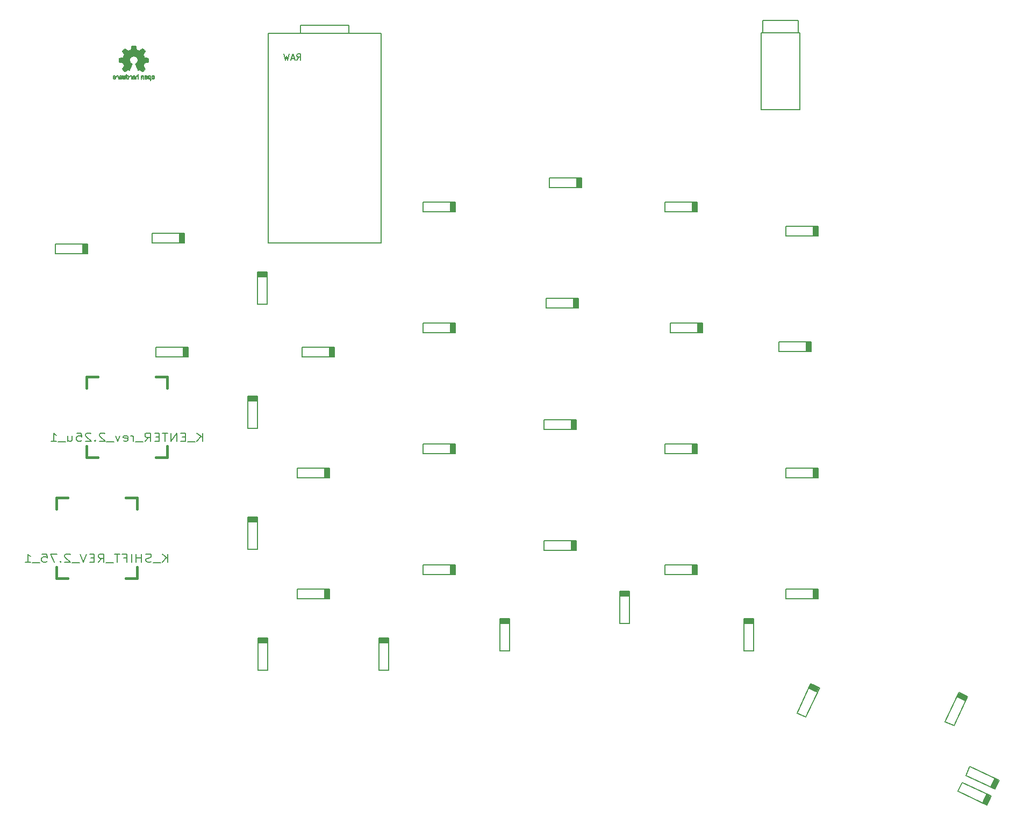
<source format=gbr>
G04 #@! TF.GenerationSoftware,KiCad,Pcbnew,(5.1.5)-3*
G04 #@! TF.CreationDate,2020-01-18T14:13:44+05:30*
G04 #@! TF.ProjectId,ergocape,6572676f-6361-4706-952e-6b696361645f,rev?*
G04 #@! TF.SameCoordinates,Original*
G04 #@! TF.FileFunction,Legend,Bot*
G04 #@! TF.FilePolarity,Positive*
%FSLAX46Y46*%
G04 Gerber Fmt 4.6, Leading zero omitted, Abs format (unit mm)*
G04 Created by KiCad (PCBNEW (5.1.5)-3) date 2020-01-18 14:13:44*
%MOMM*%
%LPD*%
G04 APERTURE LIST*
%ADD10C,0.381000*%
%ADD11C,0.010000*%
%ADD12C,0.150000*%
%ADD13C,0.127000*%
%ADD14C,0.203200*%
G04 APERTURE END LIST*
D10*
X54768800Y-92265500D02*
X54768800Y-90487500D01*
X54768800Y-103187500D02*
X54768800Y-101409500D01*
X52990800Y-103187500D02*
X54768800Y-103187500D01*
X42068800Y-103187500D02*
X43846800Y-103187500D01*
X42068800Y-101409500D02*
X42068800Y-103187500D01*
X42068800Y-90487500D02*
X42068800Y-92265500D01*
X43846800Y-90487500D02*
X42068800Y-90487500D01*
X54768800Y-90487500D02*
X52990800Y-90487500D01*
D11*
G36*
X54125090Y-19213348D02*
G01*
X54046546Y-19213778D01*
X53989702Y-19214942D01*
X53950895Y-19217207D01*
X53926462Y-19220940D01*
X53912738Y-19226506D01*
X53906060Y-19234273D01*
X53902764Y-19244605D01*
X53902444Y-19245943D01*
X53897438Y-19270079D01*
X53888171Y-19317701D01*
X53875608Y-19383741D01*
X53860713Y-19463128D01*
X53844449Y-19550796D01*
X53843881Y-19553875D01*
X53827590Y-19639789D01*
X53812348Y-19715696D01*
X53799139Y-19777045D01*
X53788946Y-19819282D01*
X53782752Y-19837855D01*
X53782457Y-19838184D01*
X53764212Y-19847253D01*
X53726595Y-19862367D01*
X53677729Y-19880262D01*
X53677457Y-19880358D01*
X53615907Y-19903493D01*
X53543343Y-19932965D01*
X53474943Y-19962597D01*
X53471706Y-19964062D01*
X53360298Y-20014626D01*
X53113601Y-19846160D01*
X53037923Y-19794803D01*
X52969369Y-19748889D01*
X52911912Y-19711030D01*
X52869524Y-19683837D01*
X52846175Y-19669921D01*
X52843958Y-19668889D01*
X52826990Y-19673484D01*
X52795299Y-19695655D01*
X52747648Y-19736447D01*
X52682802Y-19796905D01*
X52616603Y-19861227D01*
X52552786Y-19924612D01*
X52495671Y-19982451D01*
X52448695Y-20031175D01*
X52415297Y-20067210D01*
X52398915Y-20086984D01*
X52398306Y-20088002D01*
X52396495Y-20101572D01*
X52403317Y-20123733D01*
X52420460Y-20157478D01*
X52449607Y-20205800D01*
X52492445Y-20271692D01*
X52549552Y-20356517D01*
X52600234Y-20431177D01*
X52645539Y-20498140D01*
X52682850Y-20553516D01*
X52709548Y-20593420D01*
X52723015Y-20613962D01*
X52723863Y-20615356D01*
X52722219Y-20635038D01*
X52709755Y-20673293D01*
X52688952Y-20722889D01*
X52681538Y-20738728D01*
X52649186Y-20809290D01*
X52614672Y-20889353D01*
X52586635Y-20958629D01*
X52566432Y-21010045D01*
X52550385Y-21049119D01*
X52541112Y-21069541D01*
X52539959Y-21071114D01*
X52522904Y-21073721D01*
X52482702Y-21080863D01*
X52424698Y-21091523D01*
X52354237Y-21104685D01*
X52276665Y-21119333D01*
X52197328Y-21134449D01*
X52121569Y-21149018D01*
X52054736Y-21162022D01*
X52002172Y-21172445D01*
X51969224Y-21179270D01*
X51961143Y-21181199D01*
X51952795Y-21185962D01*
X51946494Y-21196718D01*
X51941955Y-21217098D01*
X51938896Y-21250734D01*
X51937033Y-21301255D01*
X51936082Y-21372292D01*
X51935760Y-21467476D01*
X51935743Y-21506492D01*
X51935743Y-21823799D01*
X52011943Y-21838839D01*
X52054337Y-21846995D01*
X52117600Y-21858899D01*
X52194038Y-21873116D01*
X52275957Y-21888210D01*
X52298600Y-21892355D01*
X52374194Y-21907053D01*
X52440047Y-21921505D01*
X52490634Y-21934375D01*
X52520426Y-21944322D01*
X52525388Y-21947287D01*
X52537574Y-21968283D01*
X52555047Y-22008967D01*
X52574423Y-22061322D01*
X52578266Y-22072600D01*
X52603661Y-22142523D01*
X52635183Y-22221418D01*
X52666031Y-22292266D01*
X52666183Y-22292595D01*
X52717553Y-22403733D01*
X52548601Y-22652253D01*
X52379648Y-22900772D01*
X52596571Y-23118058D01*
X52662181Y-23182726D01*
X52722021Y-23239733D01*
X52772733Y-23286033D01*
X52810954Y-23318584D01*
X52833325Y-23334343D01*
X52836534Y-23335343D01*
X52855374Y-23327469D01*
X52893820Y-23305578D01*
X52947670Y-23272267D01*
X53012724Y-23230131D01*
X53083060Y-23182943D01*
X53154445Y-23134810D01*
X53218092Y-23092928D01*
X53269959Y-23059871D01*
X53306005Y-23038218D01*
X53322133Y-23030543D01*
X53341811Y-23037037D01*
X53379125Y-23054150D01*
X53426379Y-23078326D01*
X53431388Y-23081013D01*
X53495023Y-23112927D01*
X53538659Y-23128579D01*
X53565798Y-23128745D01*
X53579943Y-23114204D01*
X53580025Y-23114000D01*
X53587095Y-23096779D01*
X53603958Y-23055899D01*
X53629305Y-22994525D01*
X53661829Y-22915819D01*
X53700222Y-22822947D01*
X53743178Y-22719072D01*
X53784778Y-22618502D01*
X53830496Y-22507516D01*
X53872474Y-22404703D01*
X53909452Y-22313215D01*
X53940173Y-22236201D01*
X53963378Y-22176815D01*
X53977810Y-22138209D01*
X53982257Y-22123800D01*
X53971104Y-22107272D01*
X53941931Y-22080930D01*
X53903029Y-22051887D01*
X53792243Y-21960039D01*
X53705649Y-21854759D01*
X53644284Y-21738266D01*
X53609185Y-21612776D01*
X53601392Y-21480507D01*
X53607057Y-21419457D01*
X53637922Y-21292795D01*
X53691080Y-21180941D01*
X53763233Y-21085001D01*
X53851083Y-21006076D01*
X53951335Y-20945270D01*
X54060690Y-20903687D01*
X54175853Y-20882428D01*
X54293525Y-20882599D01*
X54410410Y-20905301D01*
X54523211Y-20951638D01*
X54628631Y-21022713D01*
X54672632Y-21062911D01*
X54757021Y-21166129D01*
X54815778Y-21278925D01*
X54849296Y-21398010D01*
X54857965Y-21520095D01*
X54842177Y-21641893D01*
X54802322Y-21760116D01*
X54738793Y-21871475D01*
X54651979Y-21972684D01*
X54554971Y-22051887D01*
X54514563Y-22082162D01*
X54486018Y-22108219D01*
X54475743Y-22123825D01*
X54481123Y-22140843D01*
X54496425Y-22181500D01*
X54520388Y-22242642D01*
X54551756Y-22321119D01*
X54589268Y-22413780D01*
X54631667Y-22517472D01*
X54673337Y-22618526D01*
X54719310Y-22729607D01*
X54761893Y-22832541D01*
X54799779Y-22924165D01*
X54831660Y-23001316D01*
X54856229Y-23060831D01*
X54872180Y-23099544D01*
X54878090Y-23114000D01*
X54892052Y-23128685D01*
X54919060Y-23128642D01*
X54962587Y-23113099D01*
X55026110Y-23081284D01*
X55026612Y-23081013D01*
X55074440Y-23056323D01*
X55113103Y-23038338D01*
X55134905Y-23030614D01*
X55135867Y-23030543D01*
X55152279Y-23038378D01*
X55188513Y-23060165D01*
X55240526Y-23093328D01*
X55304275Y-23135291D01*
X55374940Y-23182943D01*
X55446884Y-23231191D01*
X55511726Y-23273151D01*
X55565265Y-23306227D01*
X55603303Y-23327821D01*
X55621467Y-23335343D01*
X55638192Y-23325457D01*
X55671820Y-23297826D01*
X55718990Y-23255495D01*
X55776342Y-23201505D01*
X55840516Y-23138899D01*
X55861503Y-23117983D01*
X56078501Y-22900623D01*
X55913332Y-22658220D01*
X55863136Y-22583781D01*
X55819081Y-22516972D01*
X55783638Y-22461665D01*
X55759281Y-22421729D01*
X55748478Y-22401036D01*
X55748162Y-22399563D01*
X55753857Y-22380058D01*
X55769174Y-22340822D01*
X55791463Y-22288430D01*
X55807107Y-22253355D01*
X55836359Y-22186201D01*
X55863906Y-22118358D01*
X55885263Y-22061034D01*
X55891065Y-22043572D01*
X55907548Y-21996938D01*
X55923660Y-21960905D01*
X55932510Y-21947287D01*
X55952040Y-21938952D01*
X55994666Y-21927137D01*
X56054855Y-21913181D01*
X56127078Y-21898422D01*
X56159400Y-21892355D01*
X56241478Y-21877273D01*
X56320205Y-21862669D01*
X56387891Y-21849980D01*
X56436840Y-21840642D01*
X56446057Y-21838839D01*
X56522257Y-21823799D01*
X56522257Y-21506492D01*
X56522086Y-21402154D01*
X56521384Y-21323213D01*
X56519866Y-21266038D01*
X56517251Y-21226999D01*
X56513254Y-21202465D01*
X56507591Y-21188805D01*
X56499980Y-21182389D01*
X56496857Y-21181199D01*
X56478022Y-21176980D01*
X56436412Y-21168562D01*
X56377370Y-21156961D01*
X56306243Y-21143195D01*
X56228375Y-21128280D01*
X56149113Y-21113232D01*
X56073802Y-21099069D01*
X56007787Y-21086806D01*
X55956413Y-21077461D01*
X55925025Y-21072050D01*
X55918041Y-21071114D01*
X55911715Y-21058596D01*
X55897710Y-21025246D01*
X55878645Y-20977377D01*
X55871366Y-20958629D01*
X55842004Y-20886195D01*
X55807429Y-20806170D01*
X55776463Y-20738728D01*
X55753677Y-20687159D01*
X55738518Y-20644785D01*
X55733458Y-20618834D01*
X55734264Y-20615356D01*
X55744959Y-20598936D01*
X55769380Y-20562417D01*
X55804905Y-20509687D01*
X55848913Y-20444635D01*
X55898783Y-20371151D01*
X55908644Y-20356645D01*
X55966508Y-20270704D01*
X56009044Y-20205261D01*
X56037946Y-20157304D01*
X56054910Y-20123820D01*
X56061633Y-20101795D01*
X56059810Y-20088217D01*
X56059764Y-20088131D01*
X56045414Y-20070297D01*
X56013677Y-20035817D01*
X55967990Y-19988268D01*
X55911796Y-19931222D01*
X55848532Y-19868255D01*
X55841398Y-19861227D01*
X55761670Y-19784020D01*
X55700143Y-19727330D01*
X55655579Y-19690110D01*
X55626743Y-19671315D01*
X55614042Y-19668889D01*
X55595506Y-19679471D01*
X55557039Y-19703916D01*
X55502614Y-19739612D01*
X55436202Y-19783947D01*
X55361775Y-19834311D01*
X55344399Y-19846160D01*
X55097703Y-20014626D01*
X54986294Y-19964062D01*
X54918543Y-19934595D01*
X54845817Y-19904959D01*
X54783297Y-19881330D01*
X54780543Y-19880358D01*
X54731640Y-19862457D01*
X54693943Y-19847320D01*
X54675575Y-19838210D01*
X54675544Y-19838184D01*
X54669715Y-19821717D01*
X54659808Y-19781219D01*
X54646805Y-19721242D01*
X54631691Y-19646340D01*
X54615448Y-19561064D01*
X54614119Y-19553875D01*
X54597825Y-19466014D01*
X54582867Y-19386260D01*
X54570209Y-19319681D01*
X54560814Y-19271347D01*
X54555646Y-19246325D01*
X54555556Y-19245943D01*
X54552411Y-19235299D01*
X54546296Y-19227262D01*
X54533547Y-19221467D01*
X54510500Y-19217547D01*
X54473491Y-19215135D01*
X54418856Y-19213865D01*
X54342933Y-19213371D01*
X54242056Y-19213286D01*
X54229000Y-19213286D01*
X54125090Y-19213348D01*
G37*
X54125090Y-19213348D02*
X54046546Y-19213778D01*
X53989702Y-19214942D01*
X53950895Y-19217207D01*
X53926462Y-19220940D01*
X53912738Y-19226506D01*
X53906060Y-19234273D01*
X53902764Y-19244605D01*
X53902444Y-19245943D01*
X53897438Y-19270079D01*
X53888171Y-19317701D01*
X53875608Y-19383741D01*
X53860713Y-19463128D01*
X53844449Y-19550796D01*
X53843881Y-19553875D01*
X53827590Y-19639789D01*
X53812348Y-19715696D01*
X53799139Y-19777045D01*
X53788946Y-19819282D01*
X53782752Y-19837855D01*
X53782457Y-19838184D01*
X53764212Y-19847253D01*
X53726595Y-19862367D01*
X53677729Y-19880262D01*
X53677457Y-19880358D01*
X53615907Y-19903493D01*
X53543343Y-19932965D01*
X53474943Y-19962597D01*
X53471706Y-19964062D01*
X53360298Y-20014626D01*
X53113601Y-19846160D01*
X53037923Y-19794803D01*
X52969369Y-19748889D01*
X52911912Y-19711030D01*
X52869524Y-19683837D01*
X52846175Y-19669921D01*
X52843958Y-19668889D01*
X52826990Y-19673484D01*
X52795299Y-19695655D01*
X52747648Y-19736447D01*
X52682802Y-19796905D01*
X52616603Y-19861227D01*
X52552786Y-19924612D01*
X52495671Y-19982451D01*
X52448695Y-20031175D01*
X52415297Y-20067210D01*
X52398915Y-20086984D01*
X52398306Y-20088002D01*
X52396495Y-20101572D01*
X52403317Y-20123733D01*
X52420460Y-20157478D01*
X52449607Y-20205800D01*
X52492445Y-20271692D01*
X52549552Y-20356517D01*
X52600234Y-20431177D01*
X52645539Y-20498140D01*
X52682850Y-20553516D01*
X52709548Y-20593420D01*
X52723015Y-20613962D01*
X52723863Y-20615356D01*
X52722219Y-20635038D01*
X52709755Y-20673293D01*
X52688952Y-20722889D01*
X52681538Y-20738728D01*
X52649186Y-20809290D01*
X52614672Y-20889353D01*
X52586635Y-20958629D01*
X52566432Y-21010045D01*
X52550385Y-21049119D01*
X52541112Y-21069541D01*
X52539959Y-21071114D01*
X52522904Y-21073721D01*
X52482702Y-21080863D01*
X52424698Y-21091523D01*
X52354237Y-21104685D01*
X52276665Y-21119333D01*
X52197328Y-21134449D01*
X52121569Y-21149018D01*
X52054736Y-21162022D01*
X52002172Y-21172445D01*
X51969224Y-21179270D01*
X51961143Y-21181199D01*
X51952795Y-21185962D01*
X51946494Y-21196718D01*
X51941955Y-21217098D01*
X51938896Y-21250734D01*
X51937033Y-21301255D01*
X51936082Y-21372292D01*
X51935760Y-21467476D01*
X51935743Y-21506492D01*
X51935743Y-21823799D01*
X52011943Y-21838839D01*
X52054337Y-21846995D01*
X52117600Y-21858899D01*
X52194038Y-21873116D01*
X52275957Y-21888210D01*
X52298600Y-21892355D01*
X52374194Y-21907053D01*
X52440047Y-21921505D01*
X52490634Y-21934375D01*
X52520426Y-21944322D01*
X52525388Y-21947287D01*
X52537574Y-21968283D01*
X52555047Y-22008967D01*
X52574423Y-22061322D01*
X52578266Y-22072600D01*
X52603661Y-22142523D01*
X52635183Y-22221418D01*
X52666031Y-22292266D01*
X52666183Y-22292595D01*
X52717553Y-22403733D01*
X52548601Y-22652253D01*
X52379648Y-22900772D01*
X52596571Y-23118058D01*
X52662181Y-23182726D01*
X52722021Y-23239733D01*
X52772733Y-23286033D01*
X52810954Y-23318584D01*
X52833325Y-23334343D01*
X52836534Y-23335343D01*
X52855374Y-23327469D01*
X52893820Y-23305578D01*
X52947670Y-23272267D01*
X53012724Y-23230131D01*
X53083060Y-23182943D01*
X53154445Y-23134810D01*
X53218092Y-23092928D01*
X53269959Y-23059871D01*
X53306005Y-23038218D01*
X53322133Y-23030543D01*
X53341811Y-23037037D01*
X53379125Y-23054150D01*
X53426379Y-23078326D01*
X53431388Y-23081013D01*
X53495023Y-23112927D01*
X53538659Y-23128579D01*
X53565798Y-23128745D01*
X53579943Y-23114204D01*
X53580025Y-23114000D01*
X53587095Y-23096779D01*
X53603958Y-23055899D01*
X53629305Y-22994525D01*
X53661829Y-22915819D01*
X53700222Y-22822947D01*
X53743178Y-22719072D01*
X53784778Y-22618502D01*
X53830496Y-22507516D01*
X53872474Y-22404703D01*
X53909452Y-22313215D01*
X53940173Y-22236201D01*
X53963378Y-22176815D01*
X53977810Y-22138209D01*
X53982257Y-22123800D01*
X53971104Y-22107272D01*
X53941931Y-22080930D01*
X53903029Y-22051887D01*
X53792243Y-21960039D01*
X53705649Y-21854759D01*
X53644284Y-21738266D01*
X53609185Y-21612776D01*
X53601392Y-21480507D01*
X53607057Y-21419457D01*
X53637922Y-21292795D01*
X53691080Y-21180941D01*
X53763233Y-21085001D01*
X53851083Y-21006076D01*
X53951335Y-20945270D01*
X54060690Y-20903687D01*
X54175853Y-20882428D01*
X54293525Y-20882599D01*
X54410410Y-20905301D01*
X54523211Y-20951638D01*
X54628631Y-21022713D01*
X54672632Y-21062911D01*
X54757021Y-21166129D01*
X54815778Y-21278925D01*
X54849296Y-21398010D01*
X54857965Y-21520095D01*
X54842177Y-21641893D01*
X54802322Y-21760116D01*
X54738793Y-21871475D01*
X54651979Y-21972684D01*
X54554971Y-22051887D01*
X54514563Y-22082162D01*
X54486018Y-22108219D01*
X54475743Y-22123825D01*
X54481123Y-22140843D01*
X54496425Y-22181500D01*
X54520388Y-22242642D01*
X54551756Y-22321119D01*
X54589268Y-22413780D01*
X54631667Y-22517472D01*
X54673337Y-22618526D01*
X54719310Y-22729607D01*
X54761893Y-22832541D01*
X54799779Y-22924165D01*
X54831660Y-23001316D01*
X54856229Y-23060831D01*
X54872180Y-23099544D01*
X54878090Y-23114000D01*
X54892052Y-23128685D01*
X54919060Y-23128642D01*
X54962587Y-23113099D01*
X55026110Y-23081284D01*
X55026612Y-23081013D01*
X55074440Y-23056323D01*
X55113103Y-23038338D01*
X55134905Y-23030614D01*
X55135867Y-23030543D01*
X55152279Y-23038378D01*
X55188513Y-23060165D01*
X55240526Y-23093328D01*
X55304275Y-23135291D01*
X55374940Y-23182943D01*
X55446884Y-23231191D01*
X55511726Y-23273151D01*
X55565265Y-23306227D01*
X55603303Y-23327821D01*
X55621467Y-23335343D01*
X55638192Y-23325457D01*
X55671820Y-23297826D01*
X55718990Y-23255495D01*
X55776342Y-23201505D01*
X55840516Y-23138899D01*
X55861503Y-23117983D01*
X56078501Y-22900623D01*
X55913332Y-22658220D01*
X55863136Y-22583781D01*
X55819081Y-22516972D01*
X55783638Y-22461665D01*
X55759281Y-22421729D01*
X55748478Y-22401036D01*
X55748162Y-22399563D01*
X55753857Y-22380058D01*
X55769174Y-22340822D01*
X55791463Y-22288430D01*
X55807107Y-22253355D01*
X55836359Y-22186201D01*
X55863906Y-22118358D01*
X55885263Y-22061034D01*
X55891065Y-22043572D01*
X55907548Y-21996938D01*
X55923660Y-21960905D01*
X55932510Y-21947287D01*
X55952040Y-21938952D01*
X55994666Y-21927137D01*
X56054855Y-21913181D01*
X56127078Y-21898422D01*
X56159400Y-21892355D01*
X56241478Y-21877273D01*
X56320205Y-21862669D01*
X56387891Y-21849980D01*
X56436840Y-21840642D01*
X56446057Y-21838839D01*
X56522257Y-21823799D01*
X56522257Y-21506492D01*
X56522086Y-21402154D01*
X56521384Y-21323213D01*
X56519866Y-21266038D01*
X56517251Y-21226999D01*
X56513254Y-21202465D01*
X56507591Y-21188805D01*
X56499980Y-21182389D01*
X56496857Y-21181199D01*
X56478022Y-21176980D01*
X56436412Y-21168562D01*
X56377370Y-21156961D01*
X56306243Y-21143195D01*
X56228375Y-21128280D01*
X56149113Y-21113232D01*
X56073802Y-21099069D01*
X56007787Y-21086806D01*
X55956413Y-21077461D01*
X55925025Y-21072050D01*
X55918041Y-21071114D01*
X55911715Y-21058596D01*
X55897710Y-21025246D01*
X55878645Y-20977377D01*
X55871366Y-20958629D01*
X55842004Y-20886195D01*
X55807429Y-20806170D01*
X55776463Y-20738728D01*
X55753677Y-20687159D01*
X55738518Y-20644785D01*
X55733458Y-20618834D01*
X55734264Y-20615356D01*
X55744959Y-20598936D01*
X55769380Y-20562417D01*
X55804905Y-20509687D01*
X55848913Y-20444635D01*
X55898783Y-20371151D01*
X55908644Y-20356645D01*
X55966508Y-20270704D01*
X56009044Y-20205261D01*
X56037946Y-20157304D01*
X56054910Y-20123820D01*
X56061633Y-20101795D01*
X56059810Y-20088217D01*
X56059764Y-20088131D01*
X56045414Y-20070297D01*
X56013677Y-20035817D01*
X55967990Y-19988268D01*
X55911796Y-19931222D01*
X55848532Y-19868255D01*
X55841398Y-19861227D01*
X55761670Y-19784020D01*
X55700143Y-19727330D01*
X55655579Y-19690110D01*
X55626743Y-19671315D01*
X55614042Y-19668889D01*
X55595506Y-19679471D01*
X55557039Y-19703916D01*
X55502614Y-19739612D01*
X55436202Y-19783947D01*
X55361775Y-19834311D01*
X55344399Y-19846160D01*
X55097703Y-20014626D01*
X54986294Y-19964062D01*
X54918543Y-19934595D01*
X54845817Y-19904959D01*
X54783297Y-19881330D01*
X54780543Y-19880358D01*
X54731640Y-19862457D01*
X54693943Y-19847320D01*
X54675575Y-19838210D01*
X54675544Y-19838184D01*
X54669715Y-19821717D01*
X54659808Y-19781219D01*
X54646805Y-19721242D01*
X54631691Y-19646340D01*
X54615448Y-19561064D01*
X54614119Y-19553875D01*
X54597825Y-19466014D01*
X54582867Y-19386260D01*
X54570209Y-19319681D01*
X54560814Y-19271347D01*
X54555646Y-19246325D01*
X54555556Y-19245943D01*
X54552411Y-19235299D01*
X54546296Y-19227262D01*
X54533547Y-19221467D01*
X54510500Y-19217547D01*
X54473491Y-19215135D01*
X54418856Y-19213865D01*
X54342933Y-19213371D01*
X54242056Y-19213286D01*
X54229000Y-19213286D01*
X54125090Y-19213348D01*
G36*
X51075405Y-23937966D02*
G01*
X51017979Y-23975497D01*
X50990281Y-24009096D01*
X50968338Y-24070064D01*
X50966595Y-24118308D01*
X50970543Y-24182816D01*
X51119314Y-24247934D01*
X51191651Y-24281202D01*
X51238916Y-24307964D01*
X51263493Y-24331144D01*
X51267763Y-24353667D01*
X51254111Y-24378455D01*
X51239057Y-24394886D01*
X51195254Y-24421235D01*
X51147611Y-24423081D01*
X51103855Y-24402546D01*
X51071711Y-24361752D01*
X51065962Y-24347347D01*
X51038424Y-24302356D01*
X51006742Y-24283182D01*
X50963286Y-24266779D01*
X50963286Y-24328966D01*
X50967128Y-24371283D01*
X50982177Y-24406969D01*
X51013720Y-24447943D01*
X51018408Y-24453267D01*
X51053494Y-24489720D01*
X51083653Y-24509283D01*
X51121385Y-24518283D01*
X51152665Y-24521230D01*
X51208615Y-24521965D01*
X51248445Y-24512660D01*
X51273292Y-24498846D01*
X51312344Y-24468467D01*
X51339375Y-24435613D01*
X51356483Y-24394294D01*
X51365762Y-24338521D01*
X51369307Y-24262305D01*
X51369590Y-24223622D01*
X51368628Y-24177247D01*
X51280993Y-24177247D01*
X51279977Y-24202126D01*
X51277444Y-24206200D01*
X51260726Y-24200665D01*
X51224751Y-24186017D01*
X51176669Y-24165190D01*
X51166614Y-24160714D01*
X51105848Y-24129814D01*
X51072368Y-24102657D01*
X51065010Y-24077220D01*
X51082609Y-24051481D01*
X51097144Y-24040109D01*
X51149590Y-24017364D01*
X51198678Y-24021122D01*
X51239773Y-24048884D01*
X51268242Y-24098152D01*
X51277369Y-24137257D01*
X51280993Y-24177247D01*
X51368628Y-24177247D01*
X51367715Y-24133249D01*
X51360804Y-24066384D01*
X51347116Y-24017695D01*
X51324904Y-23981849D01*
X51292426Y-23953513D01*
X51278267Y-23944355D01*
X51213947Y-23920507D01*
X51143527Y-23919006D01*
X51075405Y-23937966D01*
G37*
X51075405Y-23937966D02*
X51017979Y-23975497D01*
X50990281Y-24009096D01*
X50968338Y-24070064D01*
X50966595Y-24118308D01*
X50970543Y-24182816D01*
X51119314Y-24247934D01*
X51191651Y-24281202D01*
X51238916Y-24307964D01*
X51263493Y-24331144D01*
X51267763Y-24353667D01*
X51254111Y-24378455D01*
X51239057Y-24394886D01*
X51195254Y-24421235D01*
X51147611Y-24423081D01*
X51103855Y-24402546D01*
X51071711Y-24361752D01*
X51065962Y-24347347D01*
X51038424Y-24302356D01*
X51006742Y-24283182D01*
X50963286Y-24266779D01*
X50963286Y-24328966D01*
X50967128Y-24371283D01*
X50982177Y-24406969D01*
X51013720Y-24447943D01*
X51018408Y-24453267D01*
X51053494Y-24489720D01*
X51083653Y-24509283D01*
X51121385Y-24518283D01*
X51152665Y-24521230D01*
X51208615Y-24521965D01*
X51248445Y-24512660D01*
X51273292Y-24498846D01*
X51312344Y-24468467D01*
X51339375Y-24435613D01*
X51356483Y-24394294D01*
X51365762Y-24338521D01*
X51369307Y-24262305D01*
X51369590Y-24223622D01*
X51368628Y-24177247D01*
X51280993Y-24177247D01*
X51279977Y-24202126D01*
X51277444Y-24206200D01*
X51260726Y-24200665D01*
X51224751Y-24186017D01*
X51176669Y-24165190D01*
X51166614Y-24160714D01*
X51105848Y-24129814D01*
X51072368Y-24102657D01*
X51065010Y-24077220D01*
X51082609Y-24051481D01*
X51097144Y-24040109D01*
X51149590Y-24017364D01*
X51198678Y-24021122D01*
X51239773Y-24048884D01*
X51268242Y-24098152D01*
X51277369Y-24137257D01*
X51280993Y-24177247D01*
X51368628Y-24177247D01*
X51367715Y-24133249D01*
X51360804Y-24066384D01*
X51347116Y-24017695D01*
X51324904Y-23981849D01*
X51292426Y-23953513D01*
X51278267Y-23944355D01*
X51213947Y-23920507D01*
X51143527Y-23919006D01*
X51075405Y-23937966D01*
G36*
X51576400Y-23929752D02*
G01*
X51559052Y-23937334D01*
X51517644Y-23970128D01*
X51482235Y-24017547D01*
X51460336Y-24068151D01*
X51456771Y-24093098D01*
X51468721Y-24127927D01*
X51494933Y-24146357D01*
X51523036Y-24157516D01*
X51535905Y-24159572D01*
X51542171Y-24144649D01*
X51554544Y-24112175D01*
X51559972Y-24097502D01*
X51590410Y-24046744D01*
X51634480Y-24021427D01*
X51690990Y-24022206D01*
X51695175Y-24023203D01*
X51725345Y-24037507D01*
X51747524Y-24065393D01*
X51762673Y-24110287D01*
X51771750Y-24175615D01*
X51775714Y-24264804D01*
X51776086Y-24312261D01*
X51776270Y-24387071D01*
X51777478Y-24438069D01*
X51780691Y-24470471D01*
X51786891Y-24489495D01*
X51797060Y-24500356D01*
X51812181Y-24508272D01*
X51813054Y-24508670D01*
X51842172Y-24520981D01*
X51856597Y-24525514D01*
X51858814Y-24511809D01*
X51860711Y-24473925D01*
X51862153Y-24416715D01*
X51863002Y-24345027D01*
X51863171Y-24292565D01*
X51862308Y-24191047D01*
X51858930Y-24114032D01*
X51851858Y-24057023D01*
X51839912Y-24015526D01*
X51821910Y-23985043D01*
X51796673Y-23961080D01*
X51771753Y-23944355D01*
X51711829Y-23922097D01*
X51642089Y-23917076D01*
X51576400Y-23929752D01*
G37*
X51576400Y-23929752D02*
X51559052Y-23937334D01*
X51517644Y-23970128D01*
X51482235Y-24017547D01*
X51460336Y-24068151D01*
X51456771Y-24093098D01*
X51468721Y-24127927D01*
X51494933Y-24146357D01*
X51523036Y-24157516D01*
X51535905Y-24159572D01*
X51542171Y-24144649D01*
X51554544Y-24112175D01*
X51559972Y-24097502D01*
X51590410Y-24046744D01*
X51634480Y-24021427D01*
X51690990Y-24022206D01*
X51695175Y-24023203D01*
X51725345Y-24037507D01*
X51747524Y-24065393D01*
X51762673Y-24110287D01*
X51771750Y-24175615D01*
X51775714Y-24264804D01*
X51776086Y-24312261D01*
X51776270Y-24387071D01*
X51777478Y-24438069D01*
X51780691Y-24470471D01*
X51786891Y-24489495D01*
X51797060Y-24500356D01*
X51812181Y-24508272D01*
X51813054Y-24508670D01*
X51842172Y-24520981D01*
X51856597Y-24525514D01*
X51858814Y-24511809D01*
X51860711Y-24473925D01*
X51862153Y-24416715D01*
X51863002Y-24345027D01*
X51863171Y-24292565D01*
X51862308Y-24191047D01*
X51858930Y-24114032D01*
X51851858Y-24057023D01*
X51839912Y-24015526D01*
X51821910Y-23985043D01*
X51796673Y-23961080D01*
X51771753Y-23944355D01*
X51711829Y-23922097D01*
X51642089Y-23917076D01*
X51576400Y-23929752D01*
G36*
X52084124Y-23927335D02*
G01*
X52042333Y-23946344D01*
X52009531Y-23969378D01*
X51985497Y-23995133D01*
X51968903Y-24028358D01*
X51958423Y-24073800D01*
X51952729Y-24136207D01*
X51950493Y-24220327D01*
X51950257Y-24275721D01*
X51950257Y-24491826D01*
X51987226Y-24508670D01*
X52016344Y-24520981D01*
X52030769Y-24525514D01*
X52033528Y-24512025D01*
X52035718Y-24475653D01*
X52037058Y-24422542D01*
X52037343Y-24380372D01*
X52038566Y-24319447D01*
X52041864Y-24271115D01*
X52046679Y-24241518D01*
X52050504Y-24235229D01*
X52076217Y-24241652D01*
X52116582Y-24258125D01*
X52163321Y-24280458D01*
X52208155Y-24304457D01*
X52242807Y-24325930D01*
X52258998Y-24340685D01*
X52259062Y-24340845D01*
X52257670Y-24368152D01*
X52245182Y-24394219D01*
X52223257Y-24415392D01*
X52191257Y-24422474D01*
X52163908Y-24421649D01*
X52125174Y-24421042D01*
X52104842Y-24430116D01*
X52092631Y-24454092D01*
X52091091Y-24458613D01*
X52085797Y-24492806D01*
X52099953Y-24513568D01*
X52136852Y-24523462D01*
X52176711Y-24525292D01*
X52248438Y-24511727D01*
X52285568Y-24492355D01*
X52331424Y-24446845D01*
X52355744Y-24390983D01*
X52357927Y-24331957D01*
X52337371Y-24276953D01*
X52306451Y-24242486D01*
X52275580Y-24223189D01*
X52227058Y-24198759D01*
X52170515Y-24173985D01*
X52161090Y-24170199D01*
X52098981Y-24142791D01*
X52063178Y-24118634D01*
X52051663Y-24094619D01*
X52062420Y-24067635D01*
X52080886Y-24046543D01*
X52124531Y-24020572D01*
X52172554Y-24018624D01*
X52216594Y-24038637D01*
X52248291Y-24078551D01*
X52252451Y-24088848D01*
X52276673Y-24126724D01*
X52312035Y-24154842D01*
X52356657Y-24177917D01*
X52356657Y-24112485D01*
X52354031Y-24072506D01*
X52342770Y-24040997D01*
X52317801Y-24007378D01*
X52293831Y-23981484D01*
X52256559Y-23944817D01*
X52227599Y-23925121D01*
X52196495Y-23917220D01*
X52161287Y-23915914D01*
X52084124Y-23927335D01*
G37*
X52084124Y-23927335D02*
X52042333Y-23946344D01*
X52009531Y-23969378D01*
X51985497Y-23995133D01*
X51968903Y-24028358D01*
X51958423Y-24073800D01*
X51952729Y-24136207D01*
X51950493Y-24220327D01*
X51950257Y-24275721D01*
X51950257Y-24491826D01*
X51987226Y-24508670D01*
X52016344Y-24520981D01*
X52030769Y-24525514D01*
X52033528Y-24512025D01*
X52035718Y-24475653D01*
X52037058Y-24422542D01*
X52037343Y-24380372D01*
X52038566Y-24319447D01*
X52041864Y-24271115D01*
X52046679Y-24241518D01*
X52050504Y-24235229D01*
X52076217Y-24241652D01*
X52116582Y-24258125D01*
X52163321Y-24280458D01*
X52208155Y-24304457D01*
X52242807Y-24325930D01*
X52258998Y-24340685D01*
X52259062Y-24340845D01*
X52257670Y-24368152D01*
X52245182Y-24394219D01*
X52223257Y-24415392D01*
X52191257Y-24422474D01*
X52163908Y-24421649D01*
X52125174Y-24421042D01*
X52104842Y-24430116D01*
X52092631Y-24454092D01*
X52091091Y-24458613D01*
X52085797Y-24492806D01*
X52099953Y-24513568D01*
X52136852Y-24523462D01*
X52176711Y-24525292D01*
X52248438Y-24511727D01*
X52285568Y-24492355D01*
X52331424Y-24446845D01*
X52355744Y-24390983D01*
X52357927Y-24331957D01*
X52337371Y-24276953D01*
X52306451Y-24242486D01*
X52275580Y-24223189D01*
X52227058Y-24198759D01*
X52170515Y-24173985D01*
X52161090Y-24170199D01*
X52098981Y-24142791D01*
X52063178Y-24118634D01*
X52051663Y-24094619D01*
X52062420Y-24067635D01*
X52080886Y-24046543D01*
X52124531Y-24020572D01*
X52172554Y-24018624D01*
X52216594Y-24038637D01*
X52248291Y-24078551D01*
X52252451Y-24088848D01*
X52276673Y-24126724D01*
X52312035Y-24154842D01*
X52356657Y-24177917D01*
X52356657Y-24112485D01*
X52354031Y-24072506D01*
X52342770Y-24040997D01*
X52317801Y-24007378D01*
X52293831Y-23981484D01*
X52256559Y-23944817D01*
X52227599Y-23925121D01*
X52196495Y-23917220D01*
X52161287Y-23915914D01*
X52084124Y-23927335D01*
G36*
X52449167Y-23929663D02*
G01*
X52446952Y-23967850D01*
X52445216Y-24025886D01*
X52444101Y-24099180D01*
X52443743Y-24176055D01*
X52443743Y-24436196D01*
X52489674Y-24482127D01*
X52521325Y-24510429D01*
X52549110Y-24521893D01*
X52587085Y-24521168D01*
X52602160Y-24519321D01*
X52649274Y-24513948D01*
X52688244Y-24510869D01*
X52697743Y-24510585D01*
X52729767Y-24512445D01*
X52775568Y-24517114D01*
X52793326Y-24519321D01*
X52836943Y-24522735D01*
X52866255Y-24515320D01*
X52895320Y-24492427D01*
X52905812Y-24482127D01*
X52951743Y-24436196D01*
X52951743Y-23949602D01*
X52914774Y-23932758D01*
X52882941Y-23920282D01*
X52864317Y-23915914D01*
X52859542Y-23929718D01*
X52855079Y-23968286D01*
X52851225Y-24027356D01*
X52848278Y-24102663D01*
X52846857Y-24166286D01*
X52842886Y-24416657D01*
X52808241Y-24421556D01*
X52776732Y-24418131D01*
X52761292Y-24407041D01*
X52756977Y-24386308D01*
X52753292Y-24342145D01*
X52750531Y-24280146D01*
X52748988Y-24205909D01*
X52748765Y-24167706D01*
X52748543Y-23947783D01*
X52702834Y-23931849D01*
X52670482Y-23921015D01*
X52652885Y-23915962D01*
X52652377Y-23915914D01*
X52650612Y-23929648D01*
X52648671Y-23967730D01*
X52646718Y-24025482D01*
X52644916Y-24098227D01*
X52643657Y-24166286D01*
X52639686Y-24416657D01*
X52552600Y-24416657D01*
X52548604Y-24188240D01*
X52544608Y-23959822D01*
X52502153Y-23937868D01*
X52470808Y-23922793D01*
X52452256Y-23915951D01*
X52451721Y-23915914D01*
X52449167Y-23929663D01*
G37*
X52449167Y-23929663D02*
X52446952Y-23967850D01*
X52445216Y-24025886D01*
X52444101Y-24099180D01*
X52443743Y-24176055D01*
X52443743Y-24436196D01*
X52489674Y-24482127D01*
X52521325Y-24510429D01*
X52549110Y-24521893D01*
X52587085Y-24521168D01*
X52602160Y-24519321D01*
X52649274Y-24513948D01*
X52688244Y-24510869D01*
X52697743Y-24510585D01*
X52729767Y-24512445D01*
X52775568Y-24517114D01*
X52793326Y-24519321D01*
X52836943Y-24522735D01*
X52866255Y-24515320D01*
X52895320Y-24492427D01*
X52905812Y-24482127D01*
X52951743Y-24436196D01*
X52951743Y-23949602D01*
X52914774Y-23932758D01*
X52882941Y-23920282D01*
X52864317Y-23915914D01*
X52859542Y-23929718D01*
X52855079Y-23968286D01*
X52851225Y-24027356D01*
X52848278Y-24102663D01*
X52846857Y-24166286D01*
X52842886Y-24416657D01*
X52808241Y-24421556D01*
X52776732Y-24418131D01*
X52761292Y-24407041D01*
X52756977Y-24386308D01*
X52753292Y-24342145D01*
X52750531Y-24280146D01*
X52748988Y-24205909D01*
X52748765Y-24167706D01*
X52748543Y-23947783D01*
X52702834Y-23931849D01*
X52670482Y-23921015D01*
X52652885Y-23915962D01*
X52652377Y-23915914D01*
X52650612Y-23929648D01*
X52648671Y-23967730D01*
X52646718Y-24025482D01*
X52644916Y-24098227D01*
X52643657Y-24166286D01*
X52639686Y-24416657D01*
X52552600Y-24416657D01*
X52548604Y-24188240D01*
X52544608Y-23959822D01*
X52502153Y-23937868D01*
X52470808Y-23922793D01*
X52452256Y-23915951D01*
X52451721Y-23915914D01*
X52449167Y-23929663D01*
G36*
X53038883Y-24036358D02*
G01*
X53039067Y-24144837D01*
X53039781Y-24228287D01*
X53041325Y-24290704D01*
X53043999Y-24336085D01*
X53048106Y-24368429D01*
X53053945Y-24391733D01*
X53061818Y-24409995D01*
X53067779Y-24420418D01*
X53117145Y-24476945D01*
X53179736Y-24512377D01*
X53248987Y-24525090D01*
X53318332Y-24513463D01*
X53359625Y-24492568D01*
X53402975Y-24456422D01*
X53432519Y-24412276D01*
X53450345Y-24354462D01*
X53458537Y-24277313D01*
X53459698Y-24220714D01*
X53459542Y-24216647D01*
X53358143Y-24216647D01*
X53357524Y-24281550D01*
X53354686Y-24324514D01*
X53348160Y-24352622D01*
X53336477Y-24372953D01*
X53322517Y-24388288D01*
X53275635Y-24417890D01*
X53225299Y-24420419D01*
X53177724Y-24395705D01*
X53174021Y-24392356D01*
X53158217Y-24374935D01*
X53148307Y-24354209D01*
X53142942Y-24323362D01*
X53140772Y-24275577D01*
X53140429Y-24222748D01*
X53141173Y-24156381D01*
X53144252Y-24112106D01*
X53150939Y-24083009D01*
X53162504Y-24062173D01*
X53171987Y-24051107D01*
X53216040Y-24023198D01*
X53266776Y-24019843D01*
X53315204Y-24041159D01*
X53324550Y-24049073D01*
X53340460Y-24066647D01*
X53350390Y-24087587D01*
X53355722Y-24118782D01*
X53357837Y-24167122D01*
X53358143Y-24216647D01*
X53459542Y-24216647D01*
X53456190Y-24129568D01*
X53444274Y-24061086D01*
X53421865Y-24009600D01*
X53386876Y-23969443D01*
X53359625Y-23948861D01*
X53310093Y-23926625D01*
X53252684Y-23916304D01*
X53199318Y-23919067D01*
X53169457Y-23930212D01*
X53157739Y-23933383D01*
X53149963Y-23921557D01*
X53144535Y-23889866D01*
X53140429Y-23841593D01*
X53135933Y-23787829D01*
X53129687Y-23755482D01*
X53118324Y-23736985D01*
X53098472Y-23724770D01*
X53086000Y-23719362D01*
X53038829Y-23699601D01*
X53038883Y-24036358D01*
G37*
X53038883Y-24036358D02*
X53039067Y-24144837D01*
X53039781Y-24228287D01*
X53041325Y-24290704D01*
X53043999Y-24336085D01*
X53048106Y-24368429D01*
X53053945Y-24391733D01*
X53061818Y-24409995D01*
X53067779Y-24420418D01*
X53117145Y-24476945D01*
X53179736Y-24512377D01*
X53248987Y-24525090D01*
X53318332Y-24513463D01*
X53359625Y-24492568D01*
X53402975Y-24456422D01*
X53432519Y-24412276D01*
X53450345Y-24354462D01*
X53458537Y-24277313D01*
X53459698Y-24220714D01*
X53459542Y-24216647D01*
X53358143Y-24216647D01*
X53357524Y-24281550D01*
X53354686Y-24324514D01*
X53348160Y-24352622D01*
X53336477Y-24372953D01*
X53322517Y-24388288D01*
X53275635Y-24417890D01*
X53225299Y-24420419D01*
X53177724Y-24395705D01*
X53174021Y-24392356D01*
X53158217Y-24374935D01*
X53148307Y-24354209D01*
X53142942Y-24323362D01*
X53140772Y-24275577D01*
X53140429Y-24222748D01*
X53141173Y-24156381D01*
X53144252Y-24112106D01*
X53150939Y-24083009D01*
X53162504Y-24062173D01*
X53171987Y-24051107D01*
X53216040Y-24023198D01*
X53266776Y-24019843D01*
X53315204Y-24041159D01*
X53324550Y-24049073D01*
X53340460Y-24066647D01*
X53350390Y-24087587D01*
X53355722Y-24118782D01*
X53357837Y-24167122D01*
X53358143Y-24216647D01*
X53459542Y-24216647D01*
X53456190Y-24129568D01*
X53444274Y-24061086D01*
X53421865Y-24009600D01*
X53386876Y-23969443D01*
X53359625Y-23948861D01*
X53310093Y-23926625D01*
X53252684Y-23916304D01*
X53199318Y-23919067D01*
X53169457Y-23930212D01*
X53157739Y-23933383D01*
X53149963Y-23921557D01*
X53144535Y-23889866D01*
X53140429Y-23841593D01*
X53135933Y-23787829D01*
X53129687Y-23755482D01*
X53118324Y-23736985D01*
X53098472Y-23724770D01*
X53086000Y-23719362D01*
X53038829Y-23699601D01*
X53038883Y-24036358D01*
G36*
X53699074Y-23920755D02*
G01*
X53633142Y-23945084D01*
X53579727Y-23988117D01*
X53558836Y-24018409D01*
X53536061Y-24073994D01*
X53536534Y-24114186D01*
X53560438Y-24141217D01*
X53569283Y-24145813D01*
X53607470Y-24160144D01*
X53626972Y-24156472D01*
X53633578Y-24132407D01*
X53633914Y-24119114D01*
X53646008Y-24070210D01*
X53677529Y-24035999D01*
X53721341Y-24019476D01*
X53770305Y-24023634D01*
X53810106Y-24045227D01*
X53823550Y-24057544D01*
X53833079Y-24072487D01*
X53839515Y-24095075D01*
X53843683Y-24130328D01*
X53846403Y-24183266D01*
X53848498Y-24258907D01*
X53849040Y-24282857D01*
X53851019Y-24364790D01*
X53853269Y-24422455D01*
X53856643Y-24460608D01*
X53861994Y-24484004D01*
X53870176Y-24497398D01*
X53882041Y-24505545D01*
X53889638Y-24509144D01*
X53921898Y-24521452D01*
X53940889Y-24525514D01*
X53947164Y-24511948D01*
X53950994Y-24470934D01*
X53952400Y-24401999D01*
X53951402Y-24304669D01*
X53951092Y-24289657D01*
X53948899Y-24200859D01*
X53946307Y-24136019D01*
X53942618Y-24090067D01*
X53937136Y-24057935D01*
X53929165Y-24034553D01*
X53918007Y-24014852D01*
X53912170Y-24006410D01*
X53878704Y-23969057D01*
X53841273Y-23940003D01*
X53836691Y-23937467D01*
X53769574Y-23917443D01*
X53699074Y-23920755D01*
G37*
X53699074Y-23920755D02*
X53633142Y-23945084D01*
X53579727Y-23988117D01*
X53558836Y-24018409D01*
X53536061Y-24073994D01*
X53536534Y-24114186D01*
X53560438Y-24141217D01*
X53569283Y-24145813D01*
X53607470Y-24160144D01*
X53626972Y-24156472D01*
X53633578Y-24132407D01*
X53633914Y-24119114D01*
X53646008Y-24070210D01*
X53677529Y-24035999D01*
X53721341Y-24019476D01*
X53770305Y-24023634D01*
X53810106Y-24045227D01*
X53823550Y-24057544D01*
X53833079Y-24072487D01*
X53839515Y-24095075D01*
X53843683Y-24130328D01*
X53846403Y-24183266D01*
X53848498Y-24258907D01*
X53849040Y-24282857D01*
X53851019Y-24364790D01*
X53853269Y-24422455D01*
X53856643Y-24460608D01*
X53861994Y-24484004D01*
X53870176Y-24497398D01*
X53882041Y-24505545D01*
X53889638Y-24509144D01*
X53921898Y-24521452D01*
X53940889Y-24525514D01*
X53947164Y-24511948D01*
X53950994Y-24470934D01*
X53952400Y-24401999D01*
X53951402Y-24304669D01*
X53951092Y-24289657D01*
X53948899Y-24200859D01*
X53946307Y-24136019D01*
X53942618Y-24090067D01*
X53937136Y-24057935D01*
X53929165Y-24034553D01*
X53918007Y-24014852D01*
X53912170Y-24006410D01*
X53878704Y-23969057D01*
X53841273Y-23940003D01*
X53836691Y-23937467D01*
X53769574Y-23917443D01*
X53699074Y-23920755D01*
G36*
X54189256Y-23921968D02*
G01*
X54132384Y-23943087D01*
X54131733Y-23943493D01*
X54096560Y-23969380D01*
X54070593Y-23999633D01*
X54052330Y-24039058D01*
X54040268Y-24092462D01*
X54032904Y-24164651D01*
X54028736Y-24260432D01*
X54028371Y-24274078D01*
X54023124Y-24479842D01*
X54067284Y-24502678D01*
X54099237Y-24518110D01*
X54118530Y-24525423D01*
X54119422Y-24525514D01*
X54122761Y-24512022D01*
X54125413Y-24475626D01*
X54127044Y-24422452D01*
X54127400Y-24379393D01*
X54127408Y-24309641D01*
X54130597Y-24265837D01*
X54141712Y-24244944D01*
X54165499Y-24243925D01*
X54206704Y-24259741D01*
X54268914Y-24288815D01*
X54314659Y-24312963D01*
X54338187Y-24333913D01*
X54345104Y-24356747D01*
X54345114Y-24357877D01*
X54333701Y-24397212D01*
X54299908Y-24418462D01*
X54248191Y-24421539D01*
X54210939Y-24421006D01*
X54191297Y-24431735D01*
X54179048Y-24457505D01*
X54171998Y-24490337D01*
X54182158Y-24508966D01*
X54185983Y-24511632D01*
X54221999Y-24522340D01*
X54272434Y-24523856D01*
X54324374Y-24516759D01*
X54361178Y-24503788D01*
X54412062Y-24460585D01*
X54440986Y-24400446D01*
X54446714Y-24353462D01*
X54442343Y-24311082D01*
X54426525Y-24276488D01*
X54395203Y-24245763D01*
X54344322Y-24214990D01*
X54269824Y-24180252D01*
X54265286Y-24178288D01*
X54198179Y-24147287D01*
X54156768Y-24121862D01*
X54139019Y-24099014D01*
X54142893Y-24075745D01*
X54166357Y-24049056D01*
X54173373Y-24042914D01*
X54220370Y-24019100D01*
X54269067Y-24020103D01*
X54311478Y-24043451D01*
X54339616Y-24086675D01*
X54342231Y-24095160D01*
X54367692Y-24136308D01*
X54399999Y-24156128D01*
X54446714Y-24175770D01*
X54446714Y-24124950D01*
X54432504Y-24051082D01*
X54390325Y-23983327D01*
X54368376Y-23960661D01*
X54318483Y-23931569D01*
X54255033Y-23918400D01*
X54189256Y-23921968D01*
G37*
X54189256Y-23921968D02*
X54132384Y-23943087D01*
X54131733Y-23943493D01*
X54096560Y-23969380D01*
X54070593Y-23999633D01*
X54052330Y-24039058D01*
X54040268Y-24092462D01*
X54032904Y-24164651D01*
X54028736Y-24260432D01*
X54028371Y-24274078D01*
X54023124Y-24479842D01*
X54067284Y-24502678D01*
X54099237Y-24518110D01*
X54118530Y-24525423D01*
X54119422Y-24525514D01*
X54122761Y-24512022D01*
X54125413Y-24475626D01*
X54127044Y-24422452D01*
X54127400Y-24379393D01*
X54127408Y-24309641D01*
X54130597Y-24265837D01*
X54141712Y-24244944D01*
X54165499Y-24243925D01*
X54206704Y-24259741D01*
X54268914Y-24288815D01*
X54314659Y-24312963D01*
X54338187Y-24333913D01*
X54345104Y-24356747D01*
X54345114Y-24357877D01*
X54333701Y-24397212D01*
X54299908Y-24418462D01*
X54248191Y-24421539D01*
X54210939Y-24421006D01*
X54191297Y-24431735D01*
X54179048Y-24457505D01*
X54171998Y-24490337D01*
X54182158Y-24508966D01*
X54185983Y-24511632D01*
X54221999Y-24522340D01*
X54272434Y-24523856D01*
X54324374Y-24516759D01*
X54361178Y-24503788D01*
X54412062Y-24460585D01*
X54440986Y-24400446D01*
X54446714Y-24353462D01*
X54442343Y-24311082D01*
X54426525Y-24276488D01*
X54395203Y-24245763D01*
X54344322Y-24214990D01*
X54269824Y-24180252D01*
X54265286Y-24178288D01*
X54198179Y-24147287D01*
X54156768Y-24121862D01*
X54139019Y-24099014D01*
X54142893Y-24075745D01*
X54166357Y-24049056D01*
X54173373Y-24042914D01*
X54220370Y-24019100D01*
X54269067Y-24020103D01*
X54311478Y-24043451D01*
X54339616Y-24086675D01*
X54342231Y-24095160D01*
X54367692Y-24136308D01*
X54399999Y-24156128D01*
X54446714Y-24175770D01*
X54446714Y-24124950D01*
X54432504Y-24051082D01*
X54390325Y-23983327D01*
X54368376Y-23960661D01*
X54318483Y-23931569D01*
X54255033Y-23918400D01*
X54189256Y-23921968D01*
G36*
X54853114Y-23822289D02*
G01*
X54848861Y-23881613D01*
X54843975Y-23916572D01*
X54837205Y-23931820D01*
X54827298Y-23932015D01*
X54824086Y-23930195D01*
X54781356Y-23917015D01*
X54725773Y-23917785D01*
X54669263Y-23931333D01*
X54633918Y-23948861D01*
X54597679Y-23976861D01*
X54571187Y-24008549D01*
X54553001Y-24048813D01*
X54541678Y-24102543D01*
X54535778Y-24174626D01*
X54533857Y-24269951D01*
X54533823Y-24288237D01*
X54533800Y-24493646D01*
X54579509Y-24509580D01*
X54611973Y-24520420D01*
X54629785Y-24525468D01*
X54630309Y-24525514D01*
X54632063Y-24511828D01*
X54633556Y-24474076D01*
X54634674Y-24417224D01*
X54635303Y-24346234D01*
X54635400Y-24303073D01*
X54635602Y-24217973D01*
X54636642Y-24156981D01*
X54639169Y-24115177D01*
X54643836Y-24087642D01*
X54651293Y-24069456D01*
X54662189Y-24055698D01*
X54668993Y-24049073D01*
X54715728Y-24022375D01*
X54766728Y-24020375D01*
X54812999Y-24042955D01*
X54821556Y-24051107D01*
X54834107Y-24066436D01*
X54842812Y-24084618D01*
X54848369Y-24110909D01*
X54851474Y-24150562D01*
X54852824Y-24208832D01*
X54853114Y-24289173D01*
X54853114Y-24493646D01*
X54898823Y-24509580D01*
X54931287Y-24520420D01*
X54949099Y-24525468D01*
X54949623Y-24525514D01*
X54950963Y-24511623D01*
X54952172Y-24472439D01*
X54953199Y-24411700D01*
X54953998Y-24333141D01*
X54954519Y-24240498D01*
X54954714Y-24137509D01*
X54954714Y-23740342D01*
X54907543Y-23720444D01*
X54860371Y-23700547D01*
X54853114Y-23822289D01*
G37*
X54853114Y-23822289D02*
X54848861Y-23881613D01*
X54843975Y-23916572D01*
X54837205Y-23931820D01*
X54827298Y-23932015D01*
X54824086Y-23930195D01*
X54781356Y-23917015D01*
X54725773Y-23917785D01*
X54669263Y-23931333D01*
X54633918Y-23948861D01*
X54597679Y-23976861D01*
X54571187Y-24008549D01*
X54553001Y-24048813D01*
X54541678Y-24102543D01*
X54535778Y-24174626D01*
X54533857Y-24269951D01*
X54533823Y-24288237D01*
X54533800Y-24493646D01*
X54579509Y-24509580D01*
X54611973Y-24520420D01*
X54629785Y-24525468D01*
X54630309Y-24525514D01*
X54632063Y-24511828D01*
X54633556Y-24474076D01*
X54634674Y-24417224D01*
X54635303Y-24346234D01*
X54635400Y-24303073D01*
X54635602Y-24217973D01*
X54636642Y-24156981D01*
X54639169Y-24115177D01*
X54643836Y-24087642D01*
X54651293Y-24069456D01*
X54662189Y-24055698D01*
X54668993Y-24049073D01*
X54715728Y-24022375D01*
X54766728Y-24020375D01*
X54812999Y-24042955D01*
X54821556Y-24051107D01*
X54834107Y-24066436D01*
X54842812Y-24084618D01*
X54848369Y-24110909D01*
X54851474Y-24150562D01*
X54852824Y-24208832D01*
X54853114Y-24289173D01*
X54853114Y-24493646D01*
X54898823Y-24509580D01*
X54931287Y-24520420D01*
X54949099Y-24525468D01*
X54949623Y-24525514D01*
X54950963Y-24511623D01*
X54952172Y-24472439D01*
X54953199Y-24411700D01*
X54953998Y-24333141D01*
X54954519Y-24240498D01*
X54954714Y-24137509D01*
X54954714Y-23740342D01*
X54907543Y-23720444D01*
X54860371Y-23700547D01*
X54853114Y-23822289D01*
G36*
X56060697Y-23902239D02*
G01*
X56003473Y-23940735D01*
X55959251Y-23996335D01*
X55932833Y-24067086D01*
X55927490Y-24119162D01*
X55928097Y-24140893D01*
X55933178Y-24157531D01*
X55947145Y-24172437D01*
X55974411Y-24188973D01*
X56019388Y-24210498D01*
X56086489Y-24240374D01*
X56086829Y-24240524D01*
X56148593Y-24268813D01*
X56199241Y-24293933D01*
X56233596Y-24313179D01*
X56246482Y-24323848D01*
X56246486Y-24323934D01*
X56235128Y-24347166D01*
X56208569Y-24372774D01*
X56178077Y-24391221D01*
X56162630Y-24394886D01*
X56120485Y-24382212D01*
X56084192Y-24350471D01*
X56066483Y-24315572D01*
X56049448Y-24289845D01*
X56016078Y-24260546D01*
X55976851Y-24235235D01*
X55942244Y-24221471D01*
X55935007Y-24220714D01*
X55926861Y-24233160D01*
X55926370Y-24264972D01*
X55932357Y-24307866D01*
X55943643Y-24353558D01*
X55959050Y-24393761D01*
X55959829Y-24395322D01*
X56006196Y-24460062D01*
X56066289Y-24504097D01*
X56134535Y-24525711D01*
X56205362Y-24523185D01*
X56273196Y-24494804D01*
X56276212Y-24492808D01*
X56329573Y-24444448D01*
X56364660Y-24381352D01*
X56384078Y-24298387D01*
X56386684Y-24275078D01*
X56391299Y-24165055D01*
X56385767Y-24113748D01*
X56246486Y-24113748D01*
X56244676Y-24145753D01*
X56234778Y-24155093D01*
X56210102Y-24148105D01*
X56171205Y-24131587D01*
X56127725Y-24110881D01*
X56126644Y-24110333D01*
X56089791Y-24090949D01*
X56075000Y-24078013D01*
X56078647Y-24064451D01*
X56094005Y-24046632D01*
X56133077Y-24020845D01*
X56175154Y-24018950D01*
X56212897Y-24037717D01*
X56238966Y-24073915D01*
X56246486Y-24113748D01*
X56385767Y-24113748D01*
X56381806Y-24077027D01*
X56357450Y-24007212D01*
X56323544Y-23958302D01*
X56262347Y-23908878D01*
X56194937Y-23884359D01*
X56126120Y-23882797D01*
X56060697Y-23902239D01*
G37*
X56060697Y-23902239D02*
X56003473Y-23940735D01*
X55959251Y-23996335D01*
X55932833Y-24067086D01*
X55927490Y-24119162D01*
X55928097Y-24140893D01*
X55933178Y-24157531D01*
X55947145Y-24172437D01*
X55974411Y-24188973D01*
X56019388Y-24210498D01*
X56086489Y-24240374D01*
X56086829Y-24240524D01*
X56148593Y-24268813D01*
X56199241Y-24293933D01*
X56233596Y-24313179D01*
X56246482Y-24323848D01*
X56246486Y-24323934D01*
X56235128Y-24347166D01*
X56208569Y-24372774D01*
X56178077Y-24391221D01*
X56162630Y-24394886D01*
X56120485Y-24382212D01*
X56084192Y-24350471D01*
X56066483Y-24315572D01*
X56049448Y-24289845D01*
X56016078Y-24260546D01*
X55976851Y-24235235D01*
X55942244Y-24221471D01*
X55935007Y-24220714D01*
X55926861Y-24233160D01*
X55926370Y-24264972D01*
X55932357Y-24307866D01*
X55943643Y-24353558D01*
X55959050Y-24393761D01*
X55959829Y-24395322D01*
X56006196Y-24460062D01*
X56066289Y-24504097D01*
X56134535Y-24525711D01*
X56205362Y-24523185D01*
X56273196Y-24494804D01*
X56276212Y-24492808D01*
X56329573Y-24444448D01*
X56364660Y-24381352D01*
X56384078Y-24298387D01*
X56386684Y-24275078D01*
X56391299Y-24165055D01*
X56385767Y-24113748D01*
X56246486Y-24113748D01*
X56244676Y-24145753D01*
X56234778Y-24155093D01*
X56210102Y-24148105D01*
X56171205Y-24131587D01*
X56127725Y-24110881D01*
X56126644Y-24110333D01*
X56089791Y-24090949D01*
X56075000Y-24078013D01*
X56078647Y-24064451D01*
X56094005Y-24046632D01*
X56133077Y-24020845D01*
X56175154Y-24018950D01*
X56212897Y-24037717D01*
X56238966Y-24073915D01*
X56246486Y-24113748D01*
X56385767Y-24113748D01*
X56381806Y-24077027D01*
X56357450Y-24007212D01*
X56323544Y-23958302D01*
X56262347Y-23908878D01*
X56194937Y-23884359D01*
X56126120Y-23882797D01*
X56060697Y-23902239D01*
G36*
X57187885Y-23892962D02*
G01*
X57119855Y-23928733D01*
X57069649Y-23986301D01*
X57051815Y-24023312D01*
X57037937Y-24078882D01*
X57030833Y-24149096D01*
X57030160Y-24225727D01*
X57035573Y-24300552D01*
X57046730Y-24365342D01*
X57063286Y-24411873D01*
X57068374Y-24419887D01*
X57128645Y-24479707D01*
X57200231Y-24515535D01*
X57277908Y-24526020D01*
X57356452Y-24509810D01*
X57378311Y-24500092D01*
X57420878Y-24470143D01*
X57458237Y-24430433D01*
X57461768Y-24425397D01*
X57476119Y-24401124D01*
X57485606Y-24375178D01*
X57491210Y-24341022D01*
X57493914Y-24292119D01*
X57494701Y-24221935D01*
X57494714Y-24206200D01*
X57494678Y-24201192D01*
X57349571Y-24201192D01*
X57348727Y-24267430D01*
X57345404Y-24311386D01*
X57338417Y-24339779D01*
X57326584Y-24359325D01*
X57320543Y-24365857D01*
X57285814Y-24390680D01*
X57252097Y-24389548D01*
X57218005Y-24368016D01*
X57197671Y-24345029D01*
X57185629Y-24311478D01*
X57178866Y-24258569D01*
X57178402Y-24252399D01*
X57177248Y-24156513D01*
X57189312Y-24085299D01*
X57214430Y-24039194D01*
X57252440Y-24018635D01*
X57266008Y-24017514D01*
X57301636Y-24023152D01*
X57326006Y-24042686D01*
X57340907Y-24080042D01*
X57348125Y-24139150D01*
X57349571Y-24201192D01*
X57494678Y-24201192D01*
X57494174Y-24131413D01*
X57491904Y-24079159D01*
X57486932Y-24042949D01*
X57478287Y-24016299D01*
X57464995Y-23992722D01*
X57462057Y-23988338D01*
X57412687Y-23929249D01*
X57358891Y-23894947D01*
X57293398Y-23881331D01*
X57271158Y-23880665D01*
X57187885Y-23892962D01*
G37*
X57187885Y-23892962D02*
X57119855Y-23928733D01*
X57069649Y-23986301D01*
X57051815Y-24023312D01*
X57037937Y-24078882D01*
X57030833Y-24149096D01*
X57030160Y-24225727D01*
X57035573Y-24300552D01*
X57046730Y-24365342D01*
X57063286Y-24411873D01*
X57068374Y-24419887D01*
X57128645Y-24479707D01*
X57200231Y-24515535D01*
X57277908Y-24526020D01*
X57356452Y-24509810D01*
X57378311Y-24500092D01*
X57420878Y-24470143D01*
X57458237Y-24430433D01*
X57461768Y-24425397D01*
X57476119Y-24401124D01*
X57485606Y-24375178D01*
X57491210Y-24341022D01*
X57493914Y-24292119D01*
X57494701Y-24221935D01*
X57494714Y-24206200D01*
X57494678Y-24201192D01*
X57349571Y-24201192D01*
X57348727Y-24267430D01*
X57345404Y-24311386D01*
X57338417Y-24339779D01*
X57326584Y-24359325D01*
X57320543Y-24365857D01*
X57285814Y-24390680D01*
X57252097Y-24389548D01*
X57218005Y-24368016D01*
X57197671Y-24345029D01*
X57185629Y-24311478D01*
X57178866Y-24258569D01*
X57178402Y-24252399D01*
X57177248Y-24156513D01*
X57189312Y-24085299D01*
X57214430Y-24039194D01*
X57252440Y-24018635D01*
X57266008Y-24017514D01*
X57301636Y-24023152D01*
X57326006Y-24042686D01*
X57340907Y-24080042D01*
X57348125Y-24139150D01*
X57349571Y-24201192D01*
X57494678Y-24201192D01*
X57494174Y-24131413D01*
X57491904Y-24079159D01*
X57486932Y-24042949D01*
X57478287Y-24016299D01*
X57464995Y-23992722D01*
X57462057Y-23988338D01*
X57412687Y-23929249D01*
X57358891Y-23894947D01*
X57293398Y-23881331D01*
X57271158Y-23880665D01*
X57187885Y-23892962D01*
G36*
X55512907Y-23898780D02*
G01*
X55466328Y-23925723D01*
X55433943Y-23952466D01*
X55410258Y-23980484D01*
X55393941Y-24014748D01*
X55383661Y-24060227D01*
X55378086Y-24121892D01*
X55375884Y-24204711D01*
X55375629Y-24264246D01*
X55375629Y-24483391D01*
X55437314Y-24511044D01*
X55499000Y-24538697D01*
X55506257Y-24298670D01*
X55509256Y-24209028D01*
X55512402Y-24143962D01*
X55516299Y-24099026D01*
X55521553Y-24069770D01*
X55528769Y-24051748D01*
X55538550Y-24040511D01*
X55541688Y-24038079D01*
X55589239Y-24019083D01*
X55637303Y-24026600D01*
X55665914Y-24046543D01*
X55677553Y-24060675D01*
X55685609Y-24079220D01*
X55690729Y-24107334D01*
X55693559Y-24150173D01*
X55694744Y-24212895D01*
X55694943Y-24278261D01*
X55694982Y-24360268D01*
X55696386Y-24418316D01*
X55701086Y-24457465D01*
X55711013Y-24482780D01*
X55728097Y-24499323D01*
X55754268Y-24512156D01*
X55789225Y-24525491D01*
X55827404Y-24540007D01*
X55822859Y-24282389D01*
X55821029Y-24189519D01*
X55818888Y-24120889D01*
X55815819Y-24071711D01*
X55811206Y-24037198D01*
X55804432Y-24012562D01*
X55794881Y-23993016D01*
X55783366Y-23975770D01*
X55727810Y-23920680D01*
X55660020Y-23888822D01*
X55586287Y-23881191D01*
X55512907Y-23898780D01*
G37*
X55512907Y-23898780D02*
X55466328Y-23925723D01*
X55433943Y-23952466D01*
X55410258Y-23980484D01*
X55393941Y-24014748D01*
X55383661Y-24060227D01*
X55378086Y-24121892D01*
X55375884Y-24204711D01*
X55375629Y-24264246D01*
X55375629Y-24483391D01*
X55437314Y-24511044D01*
X55499000Y-24538697D01*
X55506257Y-24298670D01*
X55509256Y-24209028D01*
X55512402Y-24143962D01*
X55516299Y-24099026D01*
X55521553Y-24069770D01*
X55528769Y-24051748D01*
X55538550Y-24040511D01*
X55541688Y-24038079D01*
X55589239Y-24019083D01*
X55637303Y-24026600D01*
X55665914Y-24046543D01*
X55677553Y-24060675D01*
X55685609Y-24079220D01*
X55690729Y-24107334D01*
X55693559Y-24150173D01*
X55694744Y-24212895D01*
X55694943Y-24278261D01*
X55694982Y-24360268D01*
X55696386Y-24418316D01*
X55701086Y-24457465D01*
X55711013Y-24482780D01*
X55728097Y-24499323D01*
X55754268Y-24512156D01*
X55789225Y-24525491D01*
X55827404Y-24540007D01*
X55822859Y-24282389D01*
X55821029Y-24189519D01*
X55818888Y-24120889D01*
X55815819Y-24071711D01*
X55811206Y-24037198D01*
X55804432Y-24012562D01*
X55794881Y-23993016D01*
X55783366Y-23975770D01*
X55727810Y-23920680D01*
X55660020Y-23888822D01*
X55586287Y-23881191D01*
X55512907Y-23898780D01*
G36*
X56629256Y-23890918D02*
G01*
X56573799Y-23918568D01*
X56524852Y-23969480D01*
X56511371Y-23988338D01*
X56496686Y-24013015D01*
X56487158Y-24039816D01*
X56481707Y-24075587D01*
X56479253Y-24127169D01*
X56478714Y-24195267D01*
X56481148Y-24288588D01*
X56489606Y-24358657D01*
X56505826Y-24410931D01*
X56531546Y-24450869D01*
X56568503Y-24483929D01*
X56571218Y-24485886D01*
X56607640Y-24505908D01*
X56651498Y-24515815D01*
X56707276Y-24518257D01*
X56797952Y-24518257D01*
X56797990Y-24606283D01*
X56798834Y-24655308D01*
X56803976Y-24684065D01*
X56817413Y-24701311D01*
X56843142Y-24715808D01*
X56849321Y-24718769D01*
X56878236Y-24732648D01*
X56900624Y-24741414D01*
X56917271Y-24742171D01*
X56928964Y-24732023D01*
X56936490Y-24708073D01*
X56940634Y-24667426D01*
X56942185Y-24607186D01*
X56941929Y-24524455D01*
X56940651Y-24416339D01*
X56940252Y-24384000D01*
X56938815Y-24272524D01*
X56937528Y-24199603D01*
X56798029Y-24199603D01*
X56797245Y-24261499D01*
X56793760Y-24301997D01*
X56785876Y-24328708D01*
X56771895Y-24349244D01*
X56762403Y-24359260D01*
X56723596Y-24388567D01*
X56689237Y-24390952D01*
X56653784Y-24366750D01*
X56652886Y-24365857D01*
X56638461Y-24347153D01*
X56629687Y-24321732D01*
X56625261Y-24282584D01*
X56623882Y-24222697D01*
X56623857Y-24209430D01*
X56627188Y-24126901D01*
X56638031Y-24069691D01*
X56657660Y-24034766D01*
X56687350Y-24019094D01*
X56704509Y-24017514D01*
X56745234Y-24024926D01*
X56773168Y-24049330D01*
X56789983Y-24093980D01*
X56797350Y-24162130D01*
X56798029Y-24199603D01*
X56937528Y-24199603D01*
X56937292Y-24186245D01*
X56935323Y-24121333D01*
X56932550Y-24073958D01*
X56928612Y-24040290D01*
X56923151Y-24016498D01*
X56915808Y-23998753D01*
X56906223Y-23983224D01*
X56902113Y-23977381D01*
X56847595Y-23922185D01*
X56778664Y-23890890D01*
X56698928Y-23882165D01*
X56629256Y-23890918D01*
G37*
X56629256Y-23890918D02*
X56573799Y-23918568D01*
X56524852Y-23969480D01*
X56511371Y-23988338D01*
X56496686Y-24013015D01*
X56487158Y-24039816D01*
X56481707Y-24075587D01*
X56479253Y-24127169D01*
X56478714Y-24195267D01*
X56481148Y-24288588D01*
X56489606Y-24358657D01*
X56505826Y-24410931D01*
X56531546Y-24450869D01*
X56568503Y-24483929D01*
X56571218Y-24485886D01*
X56607640Y-24505908D01*
X56651498Y-24515815D01*
X56707276Y-24518257D01*
X56797952Y-24518257D01*
X56797990Y-24606283D01*
X56798834Y-24655308D01*
X56803976Y-24684065D01*
X56817413Y-24701311D01*
X56843142Y-24715808D01*
X56849321Y-24718769D01*
X56878236Y-24732648D01*
X56900624Y-24741414D01*
X56917271Y-24742171D01*
X56928964Y-24732023D01*
X56936490Y-24708073D01*
X56940634Y-24667426D01*
X56942185Y-24607186D01*
X56941929Y-24524455D01*
X56940651Y-24416339D01*
X56940252Y-24384000D01*
X56938815Y-24272524D01*
X56937528Y-24199603D01*
X56798029Y-24199603D01*
X56797245Y-24261499D01*
X56793760Y-24301997D01*
X56785876Y-24328708D01*
X56771895Y-24349244D01*
X56762403Y-24359260D01*
X56723596Y-24388567D01*
X56689237Y-24390952D01*
X56653784Y-24366750D01*
X56652886Y-24365857D01*
X56638461Y-24347153D01*
X56629687Y-24321732D01*
X56625261Y-24282584D01*
X56623882Y-24222697D01*
X56623857Y-24209430D01*
X56627188Y-24126901D01*
X56638031Y-24069691D01*
X56657660Y-24034766D01*
X56687350Y-24019094D01*
X56704509Y-24017514D01*
X56745234Y-24024926D01*
X56773168Y-24049330D01*
X56789983Y-24093980D01*
X56797350Y-24162130D01*
X56798029Y-24199603D01*
X56937528Y-24199603D01*
X56937292Y-24186245D01*
X56935323Y-24121333D01*
X56932550Y-24073958D01*
X56928612Y-24040290D01*
X56923151Y-24016498D01*
X56915808Y-23998753D01*
X56906223Y-23983224D01*
X56902113Y-23977381D01*
X56847595Y-23922185D01*
X56778664Y-23890890D01*
X56698928Y-23882165D01*
X56629256Y-23890918D01*
D12*
X124651000Y-41560800D02*
X124651000Y-40036800D01*
X124270000Y-40036800D02*
X124270000Y-41560800D01*
X124143000Y-41560800D02*
X124143000Y-40036800D01*
X124016000Y-41560800D02*
X124016000Y-40036800D01*
X124524000Y-40036800D02*
X124524000Y-41560800D01*
X124778000Y-40036800D02*
X119698000Y-40036800D01*
X119698000Y-40036800D02*
X119698000Y-41560800D01*
X124778000Y-41560800D02*
X124778000Y-40036800D01*
X119698000Y-41560800D02*
X124778000Y-41560800D01*
X124397000Y-41560800D02*
X124397000Y-40036800D01*
D13*
X80518000Y-16002000D02*
X80518000Y-17272000D01*
X88138000Y-16002000D02*
X80518000Y-16002000D01*
X88138000Y-17272000D02*
X88138000Y-16002000D01*
X75438000Y-17272000D02*
X93218000Y-17272000D01*
X75438000Y-50292000D02*
X75438000Y-17272000D01*
X93218000Y-50292000D02*
X75438000Y-50292000D01*
X93218000Y-17272000D02*
X93218000Y-50292000D01*
D12*
X75311000Y-54991000D02*
X73787000Y-54991000D01*
X73787000Y-55372000D02*
X75311000Y-55372000D01*
X75311000Y-55499000D02*
X73787000Y-55499000D01*
X75311000Y-55626000D02*
X73787000Y-55626000D01*
X73787000Y-55118000D02*
X75311000Y-55118000D01*
X73787000Y-54864000D02*
X73787000Y-59944000D01*
X73787000Y-59944000D02*
X75311000Y-59944000D01*
X75311000Y-54864000D02*
X73787000Y-54864000D01*
X75311000Y-59944000D02*
X75311000Y-54864000D01*
X75311000Y-55245000D02*
X73787000Y-55245000D01*
X104807000Y-45370800D02*
X104807000Y-43846800D01*
X104426000Y-43846800D02*
X104426000Y-45370800D01*
X104299000Y-45370800D02*
X104299000Y-43846800D01*
X104172000Y-45370800D02*
X104172000Y-43846800D01*
X104680000Y-43846800D02*
X104680000Y-45370800D01*
X104934000Y-43846800D02*
X99854000Y-43846800D01*
X99854000Y-43846800D02*
X99854000Y-45370800D01*
X104934000Y-45370800D02*
X104934000Y-43846800D01*
X99854000Y-45370800D02*
X104934000Y-45370800D01*
X104553000Y-45370800D02*
X104553000Y-43846800D01*
X142907000Y-45370800D02*
X142907000Y-43846800D01*
X142526000Y-43846800D02*
X142526000Y-45370800D01*
X142399000Y-45370800D02*
X142399000Y-43846800D01*
X142272000Y-45370800D02*
X142272000Y-43846800D01*
X142780000Y-43846800D02*
X142780000Y-45370800D01*
X143034000Y-43846800D02*
X137954000Y-43846800D01*
X137954000Y-43846800D02*
X137954000Y-45370800D01*
X143034000Y-45370800D02*
X143034000Y-43846800D01*
X137954000Y-45370800D02*
X143034000Y-45370800D01*
X142653000Y-45370800D02*
X142653000Y-43846800D01*
X161957000Y-49180800D02*
X161957000Y-47656800D01*
X161576000Y-47656800D02*
X161576000Y-49180800D01*
X161449000Y-49180800D02*
X161449000Y-47656800D01*
X161322000Y-49180800D02*
X161322000Y-47656800D01*
X161830000Y-47656800D02*
X161830000Y-49180800D01*
X162084000Y-47656800D02*
X157004000Y-47656800D01*
X157004000Y-47656800D02*
X157004000Y-49180800D01*
X162084000Y-49180800D02*
X162084000Y-47656800D01*
X157004000Y-49180800D02*
X162084000Y-49180800D01*
X161703000Y-49180800D02*
X161703000Y-47656800D01*
X94424500Y-112681000D02*
X92900500Y-112681000D01*
X92900500Y-113062000D02*
X94424500Y-113062000D01*
X94424500Y-113189000D02*
X92900500Y-113189000D01*
X94424500Y-113316000D02*
X92900500Y-113316000D01*
X92900500Y-112808000D02*
X94424500Y-112808000D01*
X92900500Y-112554000D02*
X92900500Y-117634000D01*
X92900500Y-117634000D02*
X94424500Y-117634000D01*
X94424500Y-112554000D02*
X92900500Y-112554000D01*
X94424500Y-117634000D02*
X94424500Y-112554000D01*
X94424500Y-112935000D02*
X92900500Y-112935000D01*
X151892000Y-109601000D02*
X150368000Y-109601000D01*
X150368000Y-109982000D02*
X151892000Y-109982000D01*
X151892000Y-110109000D02*
X150368000Y-110109000D01*
X151892000Y-110236000D02*
X150368000Y-110236000D01*
X150368000Y-109728000D02*
X151892000Y-109728000D01*
X150368000Y-109474000D02*
X150368000Y-114554000D01*
X150368000Y-114554000D02*
X151892000Y-114554000D01*
X151892000Y-109474000D02*
X150368000Y-109474000D01*
X151892000Y-114554000D02*
X151892000Y-109474000D01*
X151892000Y-109855000D02*
X150368000Y-109855000D01*
X132334000Y-105283000D02*
X130810000Y-105283000D01*
X130810000Y-105664000D02*
X132334000Y-105664000D01*
X132334000Y-105791000D02*
X130810000Y-105791000D01*
X132334000Y-105918000D02*
X130810000Y-105918000D01*
X130810000Y-105410000D02*
X132334000Y-105410000D01*
X130810000Y-105156000D02*
X130810000Y-110236000D01*
X130810000Y-110236000D02*
X132334000Y-110236000D01*
X132334000Y-105156000D02*
X130810000Y-105156000D01*
X132334000Y-110236000D02*
X132334000Y-105156000D01*
X132334000Y-105537000D02*
X130810000Y-105537000D01*
X73787000Y-74580800D02*
X72263000Y-74580800D01*
X72263000Y-74961800D02*
X73787000Y-74961800D01*
X73787000Y-75088800D02*
X72263000Y-75088800D01*
X73787000Y-75215800D02*
X72263000Y-75215800D01*
X72263000Y-74707800D02*
X73787000Y-74707800D01*
X72263000Y-74453800D02*
X72263000Y-79533800D01*
X72263000Y-79533800D02*
X73787000Y-79533800D01*
X73787000Y-74453800D02*
X72263000Y-74453800D01*
X73787000Y-79533800D02*
X73787000Y-74453800D01*
X73787000Y-74834800D02*
X72263000Y-74834800D01*
X75374500Y-112681000D02*
X73850500Y-112681000D01*
X73850500Y-113062000D02*
X75374500Y-113062000D01*
X75374500Y-113189000D02*
X73850500Y-113189000D01*
X75374500Y-113316000D02*
X73850500Y-113316000D01*
X73850500Y-112808000D02*
X75374500Y-112808000D01*
X73850500Y-112554000D02*
X73850500Y-117634000D01*
X73850500Y-117634000D02*
X75374500Y-117634000D01*
X75374500Y-112554000D02*
X73850500Y-112554000D01*
X75374500Y-117634000D02*
X75374500Y-112554000D01*
X75374500Y-112935000D02*
X73850500Y-112935000D01*
X123857000Y-79660800D02*
X123857000Y-78136800D01*
X123476000Y-78136800D02*
X123476000Y-79660800D01*
X123349000Y-79660800D02*
X123349000Y-78136800D01*
X123222000Y-79660800D02*
X123222000Y-78136800D01*
X123730000Y-78136800D02*
X123730000Y-79660800D01*
X123984000Y-78136800D02*
X118904000Y-78136800D01*
X118904000Y-78136800D02*
X118904000Y-79660800D01*
X123984000Y-79660800D02*
X123984000Y-78136800D01*
X118904000Y-79660800D02*
X123984000Y-79660800D01*
X123603000Y-79660800D02*
X123603000Y-78136800D01*
X62103000Y-50292000D02*
X62103000Y-48768000D01*
X61722000Y-48768000D02*
X61722000Y-50292000D01*
X61595000Y-50292000D02*
X61595000Y-48768000D01*
X61468000Y-50292000D02*
X61468000Y-48768000D01*
X61976000Y-48768000D02*
X61976000Y-50292000D01*
X62230000Y-48768000D02*
X57150000Y-48768000D01*
X57150000Y-48768000D02*
X57150000Y-50292000D01*
X62230000Y-50292000D02*
X62230000Y-48768000D01*
X57150000Y-50292000D02*
X62230000Y-50292000D01*
X61849000Y-50292000D02*
X61849000Y-48768000D01*
X73787000Y-93630800D02*
X72263000Y-93630800D01*
X72263000Y-94011800D02*
X73787000Y-94011800D01*
X73787000Y-94138800D02*
X72263000Y-94138800D01*
X73787000Y-94265800D02*
X72263000Y-94265800D01*
X72263000Y-93757800D02*
X73787000Y-93757800D01*
X72263000Y-93503800D02*
X72263000Y-98583800D01*
X72263000Y-98583800D02*
X73787000Y-98583800D01*
X73787000Y-93503800D02*
X72263000Y-93503800D01*
X73787000Y-98583800D02*
X73787000Y-93503800D01*
X73787000Y-93884800D02*
X72263000Y-93884800D01*
X62738000Y-68230800D02*
X62738000Y-66706800D01*
X62357000Y-66706800D02*
X62357000Y-68230800D01*
X62230000Y-68230800D02*
X62230000Y-66706800D01*
X62103000Y-68230800D02*
X62103000Y-66706800D01*
X62611000Y-66706800D02*
X62611000Y-68230800D01*
X62865000Y-66706800D02*
X57785000Y-66706800D01*
X57785000Y-66706800D02*
X57785000Y-68230800D01*
X62865000Y-68230800D02*
X62865000Y-66706800D01*
X57785000Y-68230800D02*
X62865000Y-68230800D01*
X62484000Y-68230800D02*
X62484000Y-66706800D01*
X189799886Y-136286384D02*
X190443956Y-134905171D01*
X190098653Y-134744154D02*
X189454582Y-136125367D01*
X189339481Y-136071694D02*
X189983551Y-134690481D01*
X189224380Y-136018022D02*
X189868450Y-134636809D01*
X190328855Y-134851499D02*
X189684784Y-136232712D01*
X190559057Y-134958844D02*
X185955013Y-132811943D01*
X185955013Y-132811943D02*
X185310943Y-134193156D01*
X189914987Y-136340057D02*
X190559057Y-134958844D01*
X185310943Y-134193156D02*
X189914987Y-136340057D01*
X189569683Y-136179039D02*
X190213754Y-134797826D01*
X188549886Y-138785384D02*
X189193956Y-137404171D01*
X188848653Y-137243154D02*
X188204582Y-138624367D01*
X188089481Y-138570694D02*
X188733551Y-137189481D01*
X187974380Y-138517022D02*
X188618450Y-137135809D01*
X189078855Y-137350499D02*
X188434784Y-138731712D01*
X189309057Y-137457844D02*
X184705013Y-135310943D01*
X184705013Y-135310943D02*
X184060943Y-136692156D01*
X188664987Y-138839057D02*
X189309057Y-137457844D01*
X184060943Y-136692156D02*
X188664987Y-138839057D01*
X188319683Y-138678039D02*
X188963754Y-137296826D01*
X162213384Y-120519114D02*
X160832171Y-119875044D01*
X160671154Y-120220347D02*
X162052367Y-120864418D01*
X161998694Y-120979519D02*
X160617481Y-120335449D01*
X161945022Y-121094620D02*
X160563809Y-120450550D01*
X160778499Y-119990145D02*
X162159712Y-120634216D01*
X160885844Y-119759943D02*
X158738943Y-124363987D01*
X158738943Y-124363987D02*
X160120156Y-125008057D01*
X162267057Y-120404013D02*
X160885844Y-119759943D01*
X160120156Y-125008057D02*
X162267057Y-120404013D01*
X162106039Y-120749317D02*
X160724826Y-120105246D01*
X113474000Y-109665000D02*
X111950000Y-109665000D01*
X111950000Y-110046000D02*
X113474000Y-110046000D01*
X113474000Y-110173000D02*
X111950000Y-110173000D01*
X113474000Y-110300000D02*
X111950000Y-110300000D01*
X111950000Y-109792000D02*
X113474000Y-109792000D01*
X111950000Y-109538000D02*
X111950000Y-114618000D01*
X111950000Y-114618000D02*
X113474000Y-114618000D01*
X113474000Y-109538000D02*
X111950000Y-109538000D01*
X113474000Y-114618000D02*
X113474000Y-109538000D01*
X113474000Y-109919000D02*
X111950000Y-109919000D01*
X84963000Y-87280800D02*
X84963000Y-85756800D01*
X84582000Y-85756800D02*
X84582000Y-87280800D01*
X84455000Y-87280800D02*
X84455000Y-85756800D01*
X84328000Y-87280800D02*
X84328000Y-85756800D01*
X84836000Y-85756800D02*
X84836000Y-87280800D01*
X85090000Y-85756800D02*
X80010000Y-85756800D01*
X80010000Y-85756800D02*
X80010000Y-87280800D01*
X85090000Y-87280800D02*
X85090000Y-85756800D01*
X80010000Y-87280800D02*
X85090000Y-87280800D01*
X84709000Y-87280800D02*
X84709000Y-85756800D01*
X161957000Y-106331000D02*
X161957000Y-104807000D01*
X161576000Y-104807000D02*
X161576000Y-106331000D01*
X161449000Y-106331000D02*
X161449000Y-104807000D01*
X161322000Y-106331000D02*
X161322000Y-104807000D01*
X161830000Y-104807000D02*
X161830000Y-106331000D01*
X162084000Y-104807000D02*
X157004000Y-104807000D01*
X157004000Y-104807000D02*
X157004000Y-106331000D01*
X162084000Y-106331000D02*
X162084000Y-104807000D01*
X157004000Y-106331000D02*
X162084000Y-106331000D01*
X161703000Y-106331000D02*
X161703000Y-104807000D01*
X123857000Y-98710800D02*
X123857000Y-97186800D01*
X123476000Y-97186800D02*
X123476000Y-98710800D01*
X123349000Y-98710800D02*
X123349000Y-97186800D01*
X123222000Y-98710800D02*
X123222000Y-97186800D01*
X123730000Y-97186800D02*
X123730000Y-98710800D01*
X123984000Y-97186800D02*
X118904000Y-97186800D01*
X118904000Y-97186800D02*
X118904000Y-98710800D01*
X123984000Y-98710800D02*
X123984000Y-97186800D01*
X118904000Y-98710800D02*
X123984000Y-98710800D01*
X123603000Y-98710800D02*
X123603000Y-97186800D01*
X124206000Y-60579000D02*
X124206000Y-59055000D01*
X123825000Y-59055000D02*
X123825000Y-60579000D01*
X123698000Y-60579000D02*
X123698000Y-59055000D01*
X123571000Y-60579000D02*
X123571000Y-59055000D01*
X124079000Y-59055000D02*
X124079000Y-60579000D01*
X124333000Y-59055000D02*
X119253000Y-59055000D01*
X119253000Y-59055000D02*
X119253000Y-60579000D01*
X124333000Y-60579000D02*
X124333000Y-59055000D01*
X119253000Y-60579000D02*
X124333000Y-60579000D01*
X123952000Y-60579000D02*
X123952000Y-59055000D01*
X142907000Y-83470800D02*
X142907000Y-81946800D01*
X142526000Y-81946800D02*
X142526000Y-83470800D01*
X142399000Y-83470800D02*
X142399000Y-81946800D01*
X142272000Y-83470800D02*
X142272000Y-81946800D01*
X142780000Y-81946800D02*
X142780000Y-83470800D01*
X143034000Y-81946800D02*
X137954000Y-81946800D01*
X137954000Y-81946800D02*
X137954000Y-83470800D01*
X143034000Y-83470800D02*
X143034000Y-81946800D01*
X137954000Y-83470800D02*
X143034000Y-83470800D01*
X142653000Y-83470800D02*
X142653000Y-81946800D01*
X161957000Y-87280800D02*
X161957000Y-85756800D01*
X161576000Y-85756800D02*
X161576000Y-87280800D01*
X161449000Y-87280800D02*
X161449000Y-85756800D01*
X161322000Y-87280800D02*
X161322000Y-85756800D01*
X161830000Y-85756800D02*
X161830000Y-87280800D01*
X162084000Y-85756800D02*
X157004000Y-85756800D01*
X157004000Y-85756800D02*
X157004000Y-87280800D01*
X162084000Y-87280800D02*
X162084000Y-85756800D01*
X157004000Y-87280800D02*
X162084000Y-87280800D01*
X161703000Y-87280800D02*
X161703000Y-85756800D01*
X85756800Y-68230800D02*
X85756800Y-66706800D01*
X85375800Y-66706800D02*
X85375800Y-68230800D01*
X85248800Y-68230800D02*
X85248800Y-66706800D01*
X85121800Y-68230800D02*
X85121800Y-66706800D01*
X85629800Y-66706800D02*
X85629800Y-68230800D01*
X85883800Y-66706800D02*
X80803800Y-66706800D01*
X80803800Y-66706800D02*
X80803800Y-68230800D01*
X85883800Y-68230800D02*
X85883800Y-66706800D01*
X80803800Y-68230800D02*
X85883800Y-68230800D01*
X85502800Y-68230800D02*
X85502800Y-66706800D01*
X143701000Y-64420800D02*
X143701000Y-62896800D01*
X143320000Y-62896800D02*
X143320000Y-64420800D01*
X143193000Y-64420800D02*
X143193000Y-62896800D01*
X143066000Y-64420800D02*
X143066000Y-62896800D01*
X143574000Y-62896800D02*
X143574000Y-64420800D01*
X143828000Y-62896800D02*
X138748000Y-62896800D01*
X138748000Y-62896800D02*
X138748000Y-64420800D01*
X143828000Y-64420800D02*
X143828000Y-62896800D01*
X138748000Y-64420800D02*
X143828000Y-64420800D01*
X143447000Y-64420800D02*
X143447000Y-62896800D01*
X104807000Y-83470800D02*
X104807000Y-81946800D01*
X104426000Y-81946800D02*
X104426000Y-83470800D01*
X104299000Y-83470800D02*
X104299000Y-81946800D01*
X104172000Y-83470800D02*
X104172000Y-81946800D01*
X104680000Y-81946800D02*
X104680000Y-83470800D01*
X104934000Y-81946800D02*
X99854000Y-81946800D01*
X99854000Y-81946800D02*
X99854000Y-83470800D01*
X104934000Y-83470800D02*
X104934000Y-81946800D01*
X99854000Y-83470800D02*
X104934000Y-83470800D01*
X104553000Y-83470800D02*
X104553000Y-81946800D01*
X160845000Y-67437000D02*
X160845000Y-65913000D01*
X160464000Y-65913000D02*
X160464000Y-67437000D01*
X160337000Y-67437000D02*
X160337000Y-65913000D01*
X160210000Y-67437000D02*
X160210000Y-65913000D01*
X160718000Y-65913000D02*
X160718000Y-67437000D01*
X160972000Y-65913000D02*
X155892000Y-65913000D01*
X155892000Y-65913000D02*
X155892000Y-67437000D01*
X160972000Y-67437000D02*
X160972000Y-65913000D01*
X155892000Y-67437000D02*
X160972000Y-67437000D01*
X160591000Y-67437000D02*
X160591000Y-65913000D01*
X142907000Y-102521000D02*
X142907000Y-100997000D01*
X142526000Y-100997000D02*
X142526000Y-102521000D01*
X142399000Y-102521000D02*
X142399000Y-100997000D01*
X142272000Y-102521000D02*
X142272000Y-100997000D01*
X142780000Y-100997000D02*
X142780000Y-102521000D01*
X143034000Y-100997000D02*
X137954000Y-100997000D01*
X137954000Y-100997000D02*
X137954000Y-102521000D01*
X143034000Y-102521000D02*
X143034000Y-100997000D01*
X137954000Y-102521000D02*
X143034000Y-102521000D01*
X142653000Y-102521000D02*
X142653000Y-100997000D01*
X104807000Y-64420800D02*
X104807000Y-62896800D01*
X104426000Y-62896800D02*
X104426000Y-64420800D01*
X104299000Y-64420800D02*
X104299000Y-62896800D01*
X104172000Y-64420800D02*
X104172000Y-62896800D01*
X104680000Y-62896800D02*
X104680000Y-64420800D01*
X104934000Y-62896800D02*
X99854000Y-62896800D01*
X99854000Y-62896800D02*
X99854000Y-64420800D01*
X104934000Y-64420800D02*
X104934000Y-62896800D01*
X99854000Y-64420800D02*
X104934000Y-64420800D01*
X104553000Y-64420800D02*
X104553000Y-62896800D01*
X104807000Y-102521000D02*
X104807000Y-100997000D01*
X104426000Y-100997000D02*
X104426000Y-102521000D01*
X104299000Y-102521000D02*
X104299000Y-100997000D01*
X104172000Y-102521000D02*
X104172000Y-100997000D01*
X104680000Y-100997000D02*
X104680000Y-102521000D01*
X104934000Y-100997000D02*
X99854000Y-100997000D01*
X99854000Y-100997000D02*
X99854000Y-102521000D01*
X104934000Y-102521000D02*
X104934000Y-100997000D01*
X99854000Y-102521000D02*
X104934000Y-102521000D01*
X104553000Y-102521000D02*
X104553000Y-100997000D01*
X84963000Y-106331000D02*
X84963000Y-104807000D01*
X84582000Y-104807000D02*
X84582000Y-106331000D01*
X84455000Y-106331000D02*
X84455000Y-104807000D01*
X84328000Y-106331000D02*
X84328000Y-104807000D01*
X84836000Y-104807000D02*
X84836000Y-106331000D01*
X85090000Y-104807000D02*
X80010000Y-104807000D01*
X80010000Y-104807000D02*
X80010000Y-106331000D01*
X85090000Y-106331000D02*
X85090000Y-104807000D01*
X80010000Y-106331000D02*
X85090000Y-106331000D01*
X84709000Y-106331000D02*
X84709000Y-104807000D01*
D10*
X59531200Y-73215500D02*
X59531200Y-71437500D01*
X59531200Y-84137500D02*
X59531200Y-82359500D01*
X57753200Y-84137500D02*
X59531200Y-84137500D01*
X46831200Y-84137500D02*
X48609200Y-84137500D01*
X46831200Y-82359500D02*
X46831200Y-84137500D01*
X46831200Y-71437500D02*
X46831200Y-73215500D01*
X48609200Y-71437500D02*
X46831200Y-71437500D01*
X59531200Y-71437500D02*
X57753200Y-71437500D01*
D12*
X185547384Y-121879114D02*
X184166171Y-121235044D01*
X184005154Y-121580347D02*
X185386367Y-122224418D01*
X185332694Y-122339519D02*
X183951481Y-121695449D01*
X185279022Y-122454620D02*
X183897809Y-121810550D01*
X184112499Y-121350145D02*
X185493712Y-121994216D01*
X184219844Y-121119943D02*
X182072943Y-125723987D01*
X182072943Y-125723987D02*
X183454156Y-126368057D01*
X185601057Y-121764013D02*
X184219844Y-121119943D01*
X183454156Y-126368057D02*
X185601057Y-121764013D01*
X185440039Y-122109317D02*
X184058826Y-121465246D01*
X153112000Y-17228700D02*
X159212000Y-17228700D01*
X153112000Y-29328700D02*
X159212000Y-29328700D01*
X153112000Y-17228700D02*
X153112000Y-29328700D01*
X159212000Y-17228700D02*
X159212000Y-29328700D01*
X153362000Y-17228700D02*
X153362000Y-15228700D01*
X158962000Y-17228700D02*
X158962000Y-15228700D01*
X153362000Y-15228700D02*
X158962000Y-15228700D01*
X46863000Y-51993800D02*
X46863000Y-50469800D01*
X46482000Y-50469800D02*
X46482000Y-51993800D01*
X46355000Y-51993800D02*
X46355000Y-50469800D01*
X46228000Y-51993800D02*
X46228000Y-50469800D01*
X46736000Y-50469800D02*
X46736000Y-51993800D01*
X46990000Y-50469800D02*
X41910000Y-50469800D01*
X41910000Y-50469800D02*
X41910000Y-51993800D01*
X46990000Y-51993800D02*
X46990000Y-50469800D01*
X41910000Y-51993800D02*
X46990000Y-51993800D01*
X46609000Y-51993800D02*
X46609000Y-50469800D01*
D14*
X59631085Y-100587023D02*
X59631085Y-99317023D01*
X58760228Y-100587023D02*
X59413371Y-99861309D01*
X58760228Y-99317023D02*
X59631085Y-100042738D01*
X58469942Y-100707976D02*
X57308800Y-100707976D01*
X57018514Y-100526547D02*
X56800800Y-100587023D01*
X56437942Y-100587023D01*
X56292800Y-100526547D01*
X56220228Y-100466071D01*
X56147657Y-100345119D01*
X56147657Y-100224166D01*
X56220228Y-100103214D01*
X56292800Y-100042738D01*
X56437942Y-99982261D01*
X56728228Y-99921785D01*
X56873371Y-99861309D01*
X56945942Y-99800833D01*
X57018514Y-99679880D01*
X57018514Y-99558928D01*
X56945942Y-99437976D01*
X56873371Y-99377500D01*
X56728228Y-99317023D01*
X56365371Y-99317023D01*
X56147657Y-99377500D01*
X55494514Y-100587023D02*
X55494514Y-99317023D01*
X55494514Y-99921785D02*
X54623657Y-99921785D01*
X54623657Y-100587023D02*
X54623657Y-99317023D01*
X53897942Y-100587023D02*
X53897942Y-99317023D01*
X52664228Y-99921785D02*
X53172228Y-99921785D01*
X53172228Y-100587023D02*
X53172228Y-99317023D01*
X52446514Y-99317023D01*
X52083657Y-99317023D02*
X51212800Y-99317023D01*
X51648228Y-100587023D02*
X51648228Y-99317023D01*
X51067657Y-100707976D02*
X49906514Y-100707976D01*
X48672800Y-100587023D02*
X49180800Y-99982261D01*
X49543657Y-100587023D02*
X49543657Y-99317023D01*
X48963085Y-99317023D01*
X48817942Y-99377500D01*
X48745371Y-99437976D01*
X48672800Y-99558928D01*
X48672800Y-99740357D01*
X48745371Y-99861309D01*
X48817942Y-99921785D01*
X48963085Y-99982261D01*
X49543657Y-99982261D01*
X48019657Y-99921785D02*
X47511657Y-99921785D01*
X47293942Y-100587023D02*
X48019657Y-100587023D01*
X48019657Y-99317023D01*
X47293942Y-99317023D01*
X46858514Y-99317023D02*
X46350514Y-100587023D01*
X45842514Y-99317023D01*
X45697371Y-100707976D02*
X44536228Y-100707976D01*
X44245942Y-99437976D02*
X44173371Y-99377500D01*
X44028228Y-99317023D01*
X43665371Y-99317023D01*
X43520228Y-99377500D01*
X43447657Y-99437976D01*
X43375085Y-99558928D01*
X43375085Y-99679880D01*
X43447657Y-99861309D01*
X44318514Y-100587023D01*
X43375085Y-100587023D01*
X42721942Y-100466071D02*
X42649371Y-100526547D01*
X42721942Y-100587023D01*
X42794514Y-100526547D01*
X42721942Y-100466071D01*
X42721942Y-100587023D01*
X42141371Y-99317023D02*
X41125371Y-99317023D01*
X41778514Y-100587023D01*
X39819085Y-99317023D02*
X40544800Y-99317023D01*
X40617371Y-99921785D01*
X40544800Y-99861309D01*
X40399657Y-99800833D01*
X40036800Y-99800833D01*
X39891657Y-99861309D01*
X39819085Y-99921785D01*
X39746514Y-100042738D01*
X39746514Y-100345119D01*
X39819085Y-100466071D01*
X39891657Y-100526547D01*
X40036800Y-100587023D01*
X40399657Y-100587023D01*
X40544800Y-100526547D01*
X40617371Y-100466071D01*
X39456228Y-100707976D02*
X38295085Y-100707976D01*
X37133942Y-100587023D02*
X38004800Y-100587023D01*
X37569371Y-100587023D02*
X37569371Y-99317023D01*
X37714514Y-99498452D01*
X37859657Y-99619404D01*
X38004800Y-99679880D01*
D12*
X79938476Y-21534380D02*
X80271809Y-21058190D01*
X80509904Y-21534380D02*
X80509904Y-20534380D01*
X80128952Y-20534380D01*
X80033714Y-20582000D01*
X79986095Y-20629619D01*
X79938476Y-20724857D01*
X79938476Y-20867714D01*
X79986095Y-20962952D01*
X80033714Y-21010571D01*
X80128952Y-21058190D01*
X80509904Y-21058190D01*
X79557523Y-21248666D02*
X79081333Y-21248666D01*
X79652761Y-21534380D02*
X79319428Y-20534380D01*
X78986095Y-21534380D01*
X78748000Y-20534380D02*
X78509904Y-21534380D01*
X78319428Y-20820095D01*
X78128952Y-21534380D01*
X77890857Y-20534380D01*
D14*
X65082914Y-81537023D02*
X65082914Y-80267023D01*
X64212057Y-81537023D02*
X64865200Y-80811309D01*
X64212057Y-80267023D02*
X65082914Y-80992738D01*
X63921771Y-81657976D02*
X62760628Y-81657976D01*
X62397771Y-80871785D02*
X61889771Y-80871785D01*
X61672057Y-81537023D02*
X62397771Y-81537023D01*
X62397771Y-80267023D01*
X61672057Y-80267023D01*
X61018914Y-81537023D02*
X61018914Y-80267023D01*
X60148057Y-81537023D01*
X60148057Y-80267023D01*
X59640057Y-80267023D02*
X58769200Y-80267023D01*
X59204628Y-81537023D02*
X59204628Y-80267023D01*
X58261200Y-80871785D02*
X57753200Y-80871785D01*
X57535485Y-81537023D02*
X58261200Y-81537023D01*
X58261200Y-80267023D01*
X57535485Y-80267023D01*
X56011485Y-81537023D02*
X56519485Y-80932261D01*
X56882342Y-81537023D02*
X56882342Y-80267023D01*
X56301771Y-80267023D01*
X56156628Y-80327500D01*
X56084057Y-80387976D01*
X56011485Y-80508928D01*
X56011485Y-80690357D01*
X56084057Y-80811309D01*
X56156628Y-80871785D01*
X56301771Y-80932261D01*
X56882342Y-80932261D01*
X55721200Y-81657976D02*
X54560057Y-81657976D01*
X54197200Y-81537023D02*
X54197200Y-80690357D01*
X54197200Y-80932261D02*
X54124628Y-80811309D01*
X54052057Y-80750833D01*
X53906914Y-80690357D01*
X53761771Y-80690357D01*
X52673200Y-81476547D02*
X52818342Y-81537023D01*
X53108628Y-81537023D01*
X53253771Y-81476547D01*
X53326342Y-81355595D01*
X53326342Y-80871785D01*
X53253771Y-80750833D01*
X53108628Y-80690357D01*
X52818342Y-80690357D01*
X52673200Y-80750833D01*
X52600628Y-80871785D01*
X52600628Y-80992738D01*
X53326342Y-81113690D01*
X52092628Y-80690357D02*
X51729771Y-81537023D01*
X51366914Y-80690357D01*
X51149200Y-81657976D02*
X49988057Y-81657976D01*
X49697771Y-80387976D02*
X49625200Y-80327500D01*
X49480057Y-80267023D01*
X49117200Y-80267023D01*
X48972057Y-80327500D01*
X48899485Y-80387976D01*
X48826914Y-80508928D01*
X48826914Y-80629880D01*
X48899485Y-80811309D01*
X49770342Y-81537023D01*
X48826914Y-81537023D01*
X48173771Y-81416071D02*
X48101200Y-81476547D01*
X48173771Y-81537023D01*
X48246342Y-81476547D01*
X48173771Y-81416071D01*
X48173771Y-81537023D01*
X47520628Y-80387976D02*
X47448057Y-80327500D01*
X47302914Y-80267023D01*
X46940057Y-80267023D01*
X46794914Y-80327500D01*
X46722342Y-80387976D01*
X46649771Y-80508928D01*
X46649771Y-80629880D01*
X46722342Y-80811309D01*
X47593200Y-81537023D01*
X46649771Y-81537023D01*
X45270914Y-80267023D02*
X45996628Y-80267023D01*
X46069200Y-80871785D01*
X45996628Y-80811309D01*
X45851485Y-80750833D01*
X45488628Y-80750833D01*
X45343485Y-80811309D01*
X45270914Y-80871785D01*
X45198342Y-80992738D01*
X45198342Y-81295119D01*
X45270914Y-81416071D01*
X45343485Y-81476547D01*
X45488628Y-81537023D01*
X45851485Y-81537023D01*
X45996628Y-81476547D01*
X46069200Y-81416071D01*
X43892057Y-80690357D02*
X43892057Y-81537023D01*
X44545200Y-80690357D02*
X44545200Y-81355595D01*
X44472628Y-81476547D01*
X44327485Y-81537023D01*
X44109771Y-81537023D01*
X43964628Y-81476547D01*
X43892057Y-81416071D01*
X43529200Y-81657976D02*
X42368057Y-81657976D01*
X41206914Y-81537023D02*
X42077771Y-81537023D01*
X41642342Y-81537023D02*
X41642342Y-80267023D01*
X41787485Y-80448452D01*
X41932628Y-80569404D01*
X42077771Y-80629880D01*
M02*

</source>
